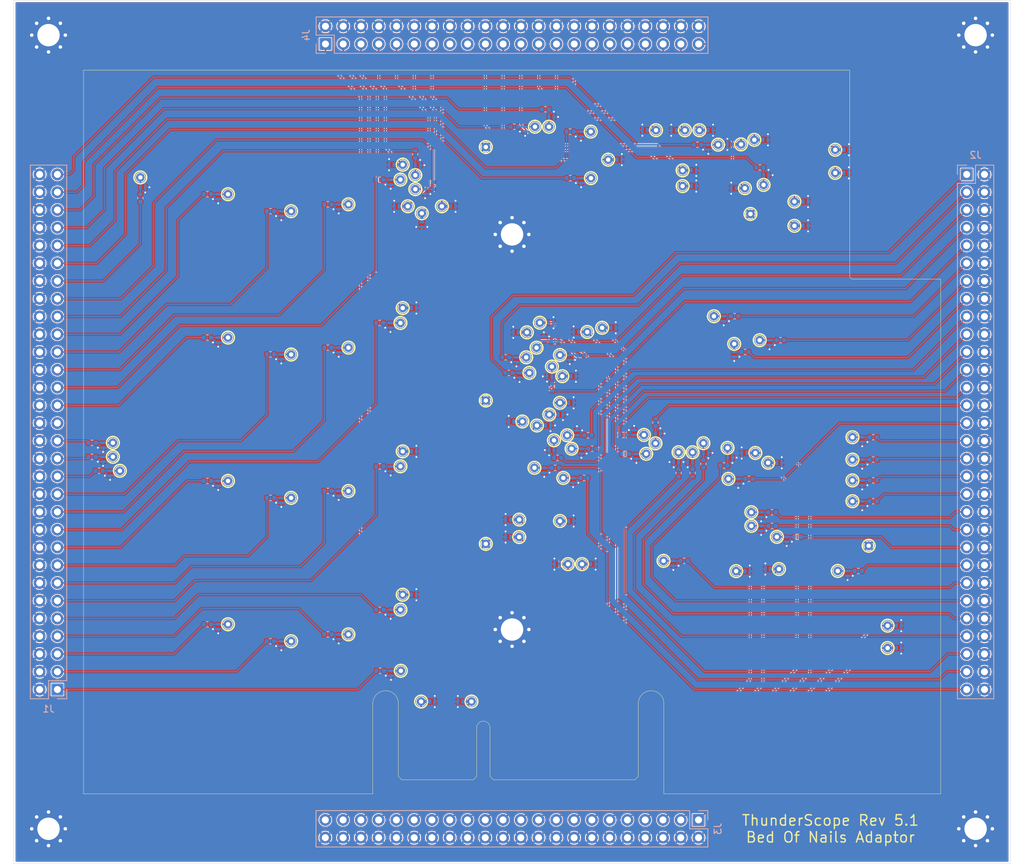
<source format=kicad_pcb>
(kicad_pcb (version 20241229) (generator "pcbnew") (generator_version "9.0")
  (layers (0 "F.Cu" signal) (4 "In1.Cu" signal) (6 "In2.Cu" signal) (2 "B.Cu" signal) (13 "F.Paste" user) (15 "B.Paste" user) (5 "F.SilkS" user "F.Silkscreen") (7 "B.SilkS" user "B.Silkscreen") (1 "F.Mask" user) (3 "B.Mask" user) (25 "Edge.Cuts" user))
  (net 0 "")
  (net 1 "/ACQ_EN")
  (net 2 "GND")
  (net 3 "/FE_EN")
  (net 4 "/VCM")
  (net 5 "/TRIM_SCL_5V")
  (net 6 "/TRIM_SDA_5V")
  (net 7 "/+VBIAS")
  (net 8 "/-VBIAS")
  (net 9 "/ADC_CSn")
  (net 10 "/TERM_3")
  (net 11 "/ADC_SDATA")
  (net 12 "/ADC_SCLK")
  (net 13 "/+12V_PCIe")
  (net 14 "/+12V_PCIe_R")
  (net 15 "/PLL_SDA")
  (net 16 "/PLL_SCL")
  (net 17 "/PLL_RSTn")
  (net 18 "/+VUSB_M2")
  (net 19 "/+VUSB")
  (net 20 "/+VUSB_R")
  (net 21 "/FE_PG")
  (net 22 "/ATTEN_1")
  (net 23 "/ACQ_PG")
  (net 24 "/DC_CPL_1")
  (net 25 "/+VUSB_R_ACQ")
  (net 26 "/+3V3_ACQ")
  (net 27 "/+5V3_R_CP")
  (net 28 "/-5V_R")
  (net 29 "/-5V")
  (net 30 "/ATTEN_3")
  (net 31 "/+2V5_R_ACQ")
  (net 32 "/PGA_CSn_2")
  (net 33 "/PGA_CSn_1")
  (net 34 "/+1V8_ACQ")
  (net 35 "/+5V3_R_LDO")
  (net 36 "/+5V")
  (net 37 "/+2V5")
  (net 38 "/+5V3")
  (net 39 "/PERST#")
  (net 40 "/+5V_R_PGA")
  (net 41 "/+3V3_PGA")
  (net 42 "/QSPI_CLK")
  (net 43 "/COMP")
  (net 44 "/PGA_SCLK")
  (net 45 "/DONE")
  (net 46 "/QSPI_DQ1")
  (net 47 "/QSPI_DQ0")
  (net 48 "/QSPI_DQ2")
  (net 49 "/+1V8_R_LDO")
  (net 50 "/+1V2_MGT")
  (net 51 "/DC_CPL_3")
  (net 52 "/+1V8")
  (net 53 "/TERM_1")
  (net 54 "/TERM_2")
  (net 55 "/QSPI_DQ3")
  (net 56 "/QSPI_CS")
  (net 57 "/PGA_SDIO")
  (net 58 "/SYNC_DE")
  (net 59 "/ATTEN_4")
  (net 60 "/SYNC_REn")
  (net 61 "/LED_R")
  (net 62 "/LED_G")
  (net 63 "/LED_B")
  (net 64 "/VARIANT")
  (net 65 "/TRIM_SCL")
  (net 66 "/TRIM_SDA")
  (net 67 "/CLK25")
  (net 68 "/DC_CPL_2")
  (net 69 "/+1V8_R")
  (net 70 "/ATTEN_2")
  (net 71 "/+1V0_R")
  (net 72 "/+1V0")
  (net 73 "/TERM_4")
  (net 74 "/+2V5_R")
  (net 75 "/+3V3_R")
  (net 76 "/+3V3")
  (net 77 "/TDI")
  (net 78 "/TDO")
  (net 79 "/TCK")
  (net 80 "/TMS")
  (net 81 "/PG_1V0")
  (net 82 "/PG_1V8")
  (net 83 "/FPGA_EN")
  (net 84 "/HWID2")
  (net 85 "/HWID1")
  (net 86 "/HWID0")
  (net 87 "/DC_CPL_4")
  (net 88 "/PGA_BIAS_1")
  (net 89 "/PGA_CSn_3")
  (net 90 "/PGA_CSn_4")
  (net 91 "/VUSB_PG_5V")
  (net 92 "/PGA_BIAS_2")
  (net 93 "/PGA_BIAS_3")
  (net 94 "/PGA_BIAS_4")
  (net 98 "/TERM_1_R")
  (net 99 "/TERM_2_R")
  (net 100 "/TERM_3_R")
  (net 101 "/TERM_4_R")
  (net 102 "/ATTEN_1_R")
  (net 103 "/ATTEN_2_R")
  (net 104 "/ATTEN_3_R")
  (net 105 "/ATTEN_4_R")
  (net 106 "/DC_CPL_1_R")
  (net 107 "/DC_CPL_2_R")
  (net 108 "/DC_CPL_3_R")
  (net 109 "/DC_CPL_4_R")
  (net 110 "/LED_R_R")
  (net 111 "/LED_G_R")
  (net 112 "/LED_B_R")
  (net 113 "/COMP_R")
  (net 114 "/PGA_SCLK_R")
  (net 115 "/PGA_SDIO_R")
  (net 116 "/PGA_CSn_1_R")
  (net 117 "/PGA_CSn_2_R")
  (net 118 "/PGA_CSn_3_R")
  (net 119 "/PGA_CSn_4_R")
  (net 120 "/FE_EN_R")
  (net 121 "/FE_PG_R")
  (net 122 "/TRIM_SCL_R")
  (net 123 "/TRIM_SDA_R")
  (net 124 "/TRIM_SDA_5V_R")
  (net 125 "/TRIM_SCL_5V_R")
  (net 126 "/VUSB_PG_5V_R")
  (net 127 "/TCK_R")
  (net 128 "/TDO_R")
  (net 129 "/TDI_R")
  (net 130 "/TMS_R")
  (net 131 "/HWID0_R")
  (net 132 "/HWID1_R")
  (net 133 "/HWID2_R")
  (net 134 "/VARIANT_R")
  (net 135 "/QSPI_CLK_R")
  (net 136 "/QSPI_DQ0_R")
  (net 137 "/QSPI_DQ1_R")
  (net 138 "/QSPI_DQ2_R")
  (net 139 "/QSPI_DQ3_R")
  (net 140 "/QSPI_CS_R")
  (net 141 "/CLK25_R")
  (net 142 "/SYNC_REn_R")
  (net 143 "/SYNC_DE_R")
  (net 144 "/FPGA_EN_R")
  (net 145 "/DONE_R")
  (net 146 "/PERST#_R")
  (net 147 "/PLL_SCL_R")
  (net 148 "/PLL_SDA_R")
  (net 149 "/PLL_RSTn_R")
  (net 150 "/ADC_SDATA_R")
  (net 151 "/ADC_SCLK_R")
  (net 152 "/ADC_CSn_R")
  (net 153 "/PG_1V0_R")
  (net 154 "/PG_1V8_R")
  (net 155 "/ACQ_EN_R")
  (net 156 "/ACQ_PG_R")
  (net 157 "/+VUSB_5V3")
  (net 158 "/+5V3_CP")
  (net 159 "/+5V3_LDO")
  (net 160 "/+VUSB_M2_R")
  (net 161 "/+VUSB_ACQ")
  (net 162 "/+1V8_LDO")
  (net 163 "/+2V5_ACQ")
  (net 164 "/+5V_PGA")
  (footprint "ThunderScope:0906415207514110" (layer "F.Cu") (at 120.65 64.25 90)
    (property "Reference" "TP1014_1" (hide yes))
    (property "Value" "PCB" (hide yes))
  )
  (footprint "ThunderScope:0906415207514110" (layer "F.Cu") (at 185.63001 63.09001)
    (property "Reference" "TP31" (hide yes))
    (property "Value" "PCB" (hide yes))
  )
  (footprint "ThunderScope:0906415207514110" (layer "F.Cu") (at 171.999999 83.95 180)
    (property "Reference" "TP27" (hide yes))
    (property "Value" "PCB" (hide yes))
  )
  (footprint "ThunderScope:0906415207514110" (layer "F.Cu") (at 166.95 88.9 90)
    (property "Reference" "TP12" (hide yes))
    (property "Value" "PCB" (hide yes))
  )
  (footprint "ThunderScope:0906415207514110" (layer "F.Cu") (at 163.725 89.8 180)
    (property "Reference" "TP24" (hide yes))
    (property "Value" "PCB" (hide yes))
  )
  (footprint "ThunderScope:0906415207514110" (layer "F.Cu") (at 145.625 80.525 90)
    (property "Reference" "TP1017_2" (hide yes))
    (property "Value" "PCB" (hide yes))
  )
  (footprint "ThunderScope:0906415207514110" (layer "F.Cu") (at 145.3 123.66 90)
    (property "Reference" "TP1016_4" (hide yes))
    (property "Value" "PCB" (hide yes))
  )
  (footprint "ThunderScope:0906415207514110" (layer "F.Cu") (at 193.975 57.12 90)
    (property "Reference" "TP34" (hide yes))
    (property "Value" "PCB" (hide yes))
  )
  (footprint "ThunderScope:0906415207514110" (layer "F.Cu") (at 195.45 111.67499 180)
    (property "Reference" "TP81" (hide yes))
    (property "Value" "PCB" (hide yes))
  )
  (footprint "ThunderScope:0906415207514110" (layer "F.Cu") (at 214.925 125.95 180)
    (property "Reference" "TP20" (hide yes))
    (property "Value" "5015" (hide yes))
  )
  (footprint "ThunderScope:0906415207514110" (layer "F.Cu") (at 167.24 99.44 180)
    (property "Reference" "TP47" (hide yes))
    (property "Value" "PCB" (hide yes))
  )
  (footprint "ThunderScope:0906415207514110" (layer "F.Cu") (at 193.27499 118.14999 180)
    (property "Reference" "TP65" (hide yes))
    (property "Value" "PCB" (hide yes))
  )
  (footprint "ThunderScope:0906415207514110" (layer "F.Cu") (at 145.35 132.4 -90)
    (property "Reference" "TP86" (hide yes))
    (property "Value" "PCB" (hide yes))
  )
  (footprint "ThunderScope:0906415207514110" (layer "F.Cu") (at 164.45001 103.375 180)
    (property "Reference" "TP79" (hide yes))
    (property "Value" "PCB" (hide yes))
  )
  (footprint "ThunderScope:0906415207514110" (layer "F.Cu") (at 164.525 54.6 -90)
    (property "Reference" "TP7" (hide yes))
    (property "Value" "PCB" (hide yes))
  )
  (footprint "ThunderScope:0906415207514110" (layer "F.Cu") (at 145.3 82.66 90)
    (property "Reference" "TP1016_2" (hide yes))
    (property "Value" "PCB" (hide yes))
  )
  (footprint "ThunderScope:0906415207514110" (layer "F.Cu") (at 157.5 114.25 90)
    (property "Reference" "TP3" (hide yes))
    (property "Value" "5019" (hide yes))
  )
  (footprint "ThunderScope:0906415207514110" (layer "F.Cu") (at 104.2 99.8 180)
    (property "Reference" "TP57" (hide yes))
    (property "Value" "PCB" (hide yes))
  )
  (footprint "ThunderScope:0906415207514110" (layer "F.Cu") (at 105.2 103.8 180)
    (property "Reference" "TP56" (hide yes))
    (property "Value" "PCB" (hide yes))
  )
  (footprint "ThunderScope:0906415207514110" (layer "F.Cu") (at 188.6 99.85 180)
    (property "Reference" "TP84" (hide yes))
    (property "Value" "PCB" (hide yes))
  )
  (footprint "ThunderScope:0906415207514110" (layer "F.Cu") (at 180.425 101.375 180)
    (property "Reference" "TP48" (hide yes))
    (property "Value" "PCB" (hide yes))
  )
  (footprint "MountingHole:MountingHole_3.2mm_M3_Pad_Via" (layer "F.Cu") (at 95 155)
    (property "Reference" "H4" (hide yes))
    (property "Value" "MountingHole_Pad")
  )
  (footprint "ThunderScope:0906415207514110" (layer "F.Cu") (at 104.20002 101.8 180)
    (property "Reference" "TP58" (hide yes))
    (property "Value" "PCB" (hide yes))
  )
  (footprint "ThunderScope:0906415207514110" (layer "F.Cu") (at 185.953 55.097)
    (property "Reference" "TP28" (hide yes))
    (property "Value" "PCB" (hide yes))
  )
  (footprint "ThunderScope:0906415207514110" (layer "F.Cu") (at 195.875 56.475 180)
    (property "Reference" "TP37" (hide yes))
    (property "Value" "PCB" (hide yes))
  )
  (footprint "MountingHole:MountingHole_3.2mm_M3_Pad_Via" (layer "F.Cu") (at 161.25 70)
    (property "Reference" "H5" (hide yes))
    (property "Value" "MountingHole_Pad")
  )
  (footprint "ThunderScope:0906415207514110" (layer "F.Cu") (at 129.67502 66.67501 90)
    (property "Reference" "TP1015_1" (hide yes))
    (property "Value" "PCB" (hide yes))
  )
  (footprint "MountingHole:MountingHole_3.2mm_M3_Pad_Via" (layer "F.Cu") (at 161.25 126.5)
    (property "Reference" "H6" (hide yes))
    (property "Value" "MountingHole_Pad")
  )
  (footprint "ThunderScope:0906415207514110" (layer "F.Cu") (at 162.725 96.75 180)
    (property "Reference" "TP68" (hide yes))
    (property "Value" "PCB" (hide yes))
  )
  (footprint "ThunderScope:0906415207514110" (layer "F.Cu") (at 188.03298 55.097 180)
    (property "Reference" "TP41" (hide yes))
    (property "Value" "PCB" (hide yes))
  )
  (footprint "ThunderScope:0906415207514110" (layer "F.Cu") (at 181.825523 55.091998 180)
    (property "Reference" "TP9" (hide yes))
    (property "Value" "PCB" (hide yes))
  )
  (footprint "ThunderScope:0906415207514110" (layer "F.Cu") (at 162.275 113.275 180)
    (property "Reference" "TP64" (hide yes))
    (property "Value" "PCB" (hide yes))
  )
  (footprint "ThunderScope:0906415207514110" (layer "F.Cu") (at 197.2 62.92 180)
    (property "Reference" "TP23" (hide yes))
    (property "Value" "PCB" (hide yes))
  )
  (footprint "ThunderScope:0906415207514110" (layer "F.Cu") (at 207.443 57.893 180)
    (property "Reference" "TP72" (hide yes))
    (property "Value" "PCB" (hide yes))
  )
  (footprint "ThunderScope:0906415207514110" (layer "F.Cu") (at 192.05 100.525 180)
    (property "Reference" "TP85" (hide yes))
    (property "Value" "PCB" (hide yes))
  )
  (footprint "ThunderScope:0906415207514110" (layer "F.Cu") (at 195.323905 67.0714 180)
    (property "Reference" "TP73" (hide yes))
    (property "Value" "5019" (hide yes))
  )
  (footprint "ThunderScope:0906415207514110" (layer "F.Cu") (at 192.175 104.95 180)
    (property "Reference" "TP62" (hide yes))
    (property "Value" "PCB" (hide yes))
  )
  (footprint "ThunderScope:0906415207514110" (layer "F.Cu") (at 162.275 110.775 180)
    (property "Reference" "TP63" (hide yes))
    (property "Value" "PCB" (hide yes))
  )
  (footprint "ThunderScope:0906415207514110" (layer "F.Cu") (at 193 85.64999 -90)
    (property "Reference" "TP17" (hide yes))
    (property "Value" "PCB" (hide yes))
  )
  (footprint "ThunderScope:0906415207514110" (layer "F.Cu") (at 197.85 102.65 180)
    (property "Reference" "TP69" (hide yes))
    (property "Value" "PCB" (hide yes))
  )
  (footprint "ThunderScope:0906415207514110" (layer "F.Cu") (at 151.225 65.975)
    (property "Reference" "TP39" (hide yes))
    (property "Value" "PCB" (hide yes))
  )
  (footprint "ThunderScope:0906415207514110" (layer "F.Cu") (at 168.1 110.984999 180)
    (property "Reference" "TP50" (hide yes))
    (property "Value" "PCB" (hide yes))
  )
  (footprint "ThunderScope:0906415207514110" (layer "F.Cu") (at 185.05 101.15 180)
    (property "Reference" "TP82" (hide yes))
    (property "Value" "PCB" (hide yes))
  )
  (footprint "ThunderScope:0906415207514110" (layer "F.Cu") (at 171.25 117.15 180)
    (property "Reference" "TP49" (hide yes))
    (property "Value" "PCB" (hide yes))
  )
  (footprint "ThunderScope:0906415207514110" (layer "F.Cu") (at 169.76 100.64 -90)
    (property "Reference" "TP43" (hide yes))
    (property "Value" "PCB" (hide yes))
  )
  (footprint "ThunderScope:0906415207514110" (layer "F.Cu") (at 145.625 101.025 90)
    (property "Reference" "TP1017_3" (hide yes))
    (property "Value" "PCB" (hide yes))
  )
  (footprint "ThunderScope:0906415207514110" (layer "F.Cu") (at 147.425 61.525 180)
    (property "Reference" "TP42" (hide yes))
    (property "Value" "PCB" (hide yes))
  )
  (footprint "ThunderScope:0906415207514110" (layer "F.Cu") (at 120.65 105.25 90)
    (property "Reference" "TP1014_3" (hide yes))
    (property "Value" "PCB" (hide yes))
  )
  (footprint "ThunderScope:0906415207514110" (layer "F.Cu") (at 209.9 105.175 180)
    (property "Reference" "TP75" (hide yes))
    (property "Value" "PCB" (hide yes))
  )
  (footprint "ThunderScope:0906415207514110" (layer "F.Cu") (at 147.425 63.525 180)
    (property "Reference" "TP25" (hide yes))
    (property "Value" "PCB" (hide yes))
  )
  (footprint "ThunderScope:0906415207514110" (layer "F.Cu") (at 168.575 104.825 180)
    (property "Reference" "TP80" (hide yes))
    (property "Value" "PCB" (hide yes))
  )
  (footprint "ThunderScope:0906415207514110" (layer "F.Cu") (at 137.868 127.193)
    (property "Reference" "TP1018_4" (hide yes))
    (property "Value" "PCB" (hide yes))
  )
  (footprint "ThunderScope:0906415207514110" (layer "F.Cu") (at 168.1 87.25 90)
    (property "Reference" "TP11" (hide yes))
    (property "Value" "PCB" (hide yes))
  )
  (footprint "ThunderScope:0906415207514110" (layer "F.Cu") (at 214.925 129.15 180)
    (property "Reference" "TP19" (hide yes))
    (property "Value" "5015" (hide yes))
  )
  (footprint "ThunderScope:0906415207514110" (layer "F.Cu") (at 169.125 98.725 180)
    (property "Reference" "TP52" (hide yes))
    (property "Value" "PCB" (hide yes))
  )
  (footprint "ThunderScope:0906415207514110" (layer "F.Cu") (at 196.025 101.25 180)
    (property "Reference" "TP70" (hide yes))
    (property "Value" "PCB" (hide yes))
  )
  (footprint "ThunderScope:0906415207514110" (layer "F.Cu") (at 164.75 86.2)
    (property "Reference" "TP10" (hide yes))
    (property "Value" "PCB" (hide yes))
  )
  (footprint "MountingHole:MountingHole_3.2mm_M3_Pad_Via" (layer "F.Cu") (at 95 41.5)
    (property "Reference" "H1" (hide yes))
    (property "Value" "MountingHole_Pad")
  )
  (footprint "ThunderScope:0906415207514110" (layer "F.Cu") (at 169.25 117.15 180)
    (property "Reference" "TP51" (hide yes))
    (property "Value" "PCB" (hide yes))
  )
  (footprint "ThunderScope:0906415207514110" (layer "F.Cu") (at 172.525 61.95 180)
    (property "Reference" "TP60" (hide yes))
    (property "Value" "PCB" (hide yes))
  )
  (footprint "ThunderScope:0906415207514110" (layer "F.Cu") (at 201.607 68.768 180)
    (property "Reference" "TP22" (hide yes))
    (property "Value" "PCB" (hide yes))
  )
  (footprint "ThunderScope:0906415207514110" (layer "F.Cu") (at 166.575 95.75 180)
    (property "Reference" "TP36" (hide yes))
    (property "Value" "PCB" (hide yes))
  )
  (footprint "ThunderScope:0906415207514110" (layer "F.Cu") (at 209.9 102.2 180)
    (property "Reference" "TP76" (hide yes))
    (property "Value" "PCB" (hide yes))
  )
  (footprint "ThunderScope:0906415207514110" (layer "F.Cu") (at 163.275 87.575 180)
    (property "Reference" "TP1" (hide yes))
    (property "Value" "PCB" (hide yes))
  )
  (footprint "ThunderScope:0906415207514110" (layer "F.Cu") (at 120.65 125.75 90)
    (property "Reference" "TP1014_4" (hide yes))
    (property "Value" "PCB" (hide yes))
  )
  (footprint "ThunderScope:0906415207514110" (layer "F.Cu") (at 174.989977 59.310021 90)
    (property "Reference" "TP8" (hide yes))
    (property "Value" "PCB" (hide yes))
  )
  (footprint "ThunderScope:0906415207514110" (layer "F.Cu") (at 137.868 86.193)
    (property "Reference" "TP1018_2" (hide yes))
    (property "Value" "PCB" (hide yes))
  )
  (footprint "ThunderScope:0906415207514110" (layer "F.Cu") (at 108.125 61.85 180)
    (property "Reference" "TP61" (hide yes))
    (property "Value" "PCB" (hide yes))
  )
  (footprint "ThunderScope:0906415207514110" (layer "F.Cu") (at 148.35 66.975)
    (property "Reference" "TP40" (hide yes))
    (property "Value" "PCB" (hide yes))
  )
  (footprint "ThunderScope:0906415207514110" (layer "F.Cu") (at 137.868 106.693)
    (property "Reference" "TP1018_3" (hide yes))
    (property "Value" "PCB" (hide yes))
  )
  (footprint "ThunderScope:0906415207514110" (layer "F.Cu") (at 207.8 118.125 180)
    (property "Reference" "TP54" (hide yes))
    (property "Value" "PCB" (hide yes))
  )
  (footprint "ThunderScope:0906415207514110" (layer "F.Cu") (at 201.607 65.3 180)
    (property "Reference" "TP21" (hide yes))
    (property "Value" "PCB" (hide yes))
  )
  (footprint "ThunderScope:0906415207514110" (layer "F.Cu") (at 172.5 55.3 180)
    (property "Reference" "TP59" (hide yes))
    (property "Value" "PCB" (hide yes))
  )
  (footprint "ThunderScope:0906415207514110" (layer "F.Cu") (at 145.3 62.16 90)
    (property "Reference" "TP1016_1" (hide yes))
    (property "Value" "PCB" (hide yes))
  )
  (footprint "ThunderScope:0906415207514110" (layer "F.Cu") (at 174.125 83.35 -90)
    (property "Reference" "TP5" (hide yes))
    (property "Value" "PCB" (hide yes))
  )
  (footprint "ThunderScope:0906415207514110" (layer "F.Cu") (at 181.75 99.875 180)
    (property "Reference" "TP53" (hide yes))
    (property "Value" "PCB" (hide yes))
  )
  (footprint "ThunderScope:0906415207514110" (layer "F.Cu") (at 168.1 94.075 180)
    (property "Reference" "TP32" (hide yes))
    (property "Value" "PCB" (hide yes))
  )
  (footprint "ThunderScope:0906415207514110" (layer "F.Cu") (at 166.525 54.6 90)
    (property "Reference" "TP6" (hide yes))
    (property "Value" "PCB" (hide yes))
  )
  (footprint "ThunderScope:0906415207514110" (layer "F.Cu") (at 129.67502 87.17501 90)
    (property "Reference" "TP1015_2" (hide yes))
    (property "Value" "PCB" (hide yes))
  )
  (footprint "ThunderScope:0906415207514110" (layer "F.Cu") (at 182.9 116.680831 -90)
    (property "Reference" "TP13" (hide yes))
    (property "Value" "PCB" (hide yes))
  )
  (footprint "ThunderScope:0906415207514110" (layer "F.Cu") (at 180.1 98.675 180)
    (property "Reference" "TP46" (hide yes))
    (property "Value" "PCB" (hide yes))
  )
  (footprint "MountingHole:MountingHole_3.2mm_M3_Pad_Via" (layer "F.Cu") (at 227.5 41.5)
    (property "Reference" "H2" (hide yes))
    (property "Value" "MountingHole_Pad")
  )
  (footprint "ThunderScope:0906415207514110" (layer "F.Cu") (at 164.8 97.325 180)
    (property "Reference" "TP67" (hide yes))
    (property "Value" "PCB" (hide yes))
  )
  (footprint "ThunderScope:0906415207514110" (layer "F.Cu") (at 145.625 121.525 90)
    (property "Reference" "TP1017_4" (hide yes))
    (property "Value" "PCB" (hide yes))
  )
  (footprint "ThunderScope:0906415207514110" (layer "F.Cu") (at 165.225 82.625 180)
    (property "Reference" "TP26" (hide yes))
    (property "Value" "PCB" (hide yes))
  )
  (footprint "ThunderScope:0906415207514110" (layer "F.Cu") (at 209.9 99 180)
    (property "Reference" "TP77" (hide yes))
    (property "Value" "PCB" (hide yes))
  )
  (footprint "ThunderScope:0906415207514110" (layer "F.Cu") (at 196.65 85.125 90)
    (property "Reference" "TP16" (hide yes))
    (property "Value" "PCB" (hide yes))
  )
  (footprint "ThunderScope:0906415207514110" (layer "F.Cu") (at 137.868 65.693)
    (property "Reference" "TP1018_1" (hide yes))
    (property "Value" "PCB" (hide yes))
  )
  (footprint "ThunderScope:0906415207514110" (layer "F.Cu") (at 187.05 101.15 180)
    (property "Reference" "TP83" (hide yes))
    (property "Value" "PCB" (hide yes))
  )
  (footprint "ThunderScope:0906415207514110" (layer "F.Cu") (at 120.65 84.75 90)
    (property "Reference" "TP1014_2" (hide yes))
    (property "Value" "PCB" (hide yes))
  )
  (footprint "ThunderScope:0906415207514110" (layer "F.Cu") (at 212.223905 114.5214 180)
    (property "Reference" "TP74" (hide yes))
    (property "Value" "5019" (hide yes))
  )
  (footprint "ThunderScope:0906415207514110" (layer "F.Cu") (at 148.25 136.8 -90)
    (property "Reference" "TP15" (hide yes))
    (property "Value" "5015" (hide yes))
  )
  (footprint "ThunderScope:0906415207514110" (layer "F.Cu") (at 146.35 65.975)
    (property "Reference" "TP38" (hide yes))
    (property "Value" "PCB" (hide yes))
  )
  (footprint "ThunderScope:0906415207514110" (layer "F.Cu") (at 129.67502 107.67501 90)
    (property "Reference" "TP1015_3" (hide yes))
    (property "Value" "PCB" (hide yes))
  )
  (footprint "ThunderScope:0906415207514110" (layer "F.Cu") (at 168.43 90.275 180)
    (property "Reference" "TP33" (hide yes))
    (property "Value" "PCB" (hide yes))
  )
  (footprint "ThunderScope:0906415207514110" (layer "F.Cu") (at 155.45 136.8 90)
    (property "Reference" "TP14" (hide yes))
    (property "Value" "5015" (hide yes))
  )
  (footprint "ThunderScope:0906415207514110" (layer "F.Cu") (at 199.1 113.25 180)
    (property "Reference" "TP55" (hide yes))
    (property "Value" "PCB" (hide yes))
  )
  (footprint "ThunderScope:0906415207514110" (layer "F.Cu") (at 129.67502 128.17501 90)
    (property "Reference" "TP1015_4" (hide yes))
    (property "Value" "PCB" (hide yes))
  )
  (footprint "ThunderScope:0906415207514110" (layer "F.Cu") (at 145.3 103.16 90)
    (property "Reference" "TP1016_3" (hide yes))
    (property "Value" "PCB" (hide yes))
  )
  (footprint "ThunderScope:0906415207514110" (layer "F.Cu") (at 163.375 84 180)
    (property "Reference" "TP30" (hide yes))
    (property "Value" "PCB" (hide yes))
  )
  (footprint "ThunderScope:0906415207514110" (layer "F.Cu") (at 145.625 60.025 90)
    (property "Reference" "TP1017_1" (hide yes))
    (property "Value" "PCB" (hide yes))
  )
  (footprint "ThunderScope:0906415207514110" (layer "F.Cu") (at 194.525 63.39 180)
    (property "Reference" "TP35" (hide yes))
    (property "Value" "PCB" (hide yes))
  )
  (footprint "ThunderScope:0906415207514110" (layer "F.Cu") (at 190.1 81.7)
    (property "Reference" "TP18" (hide yes))
    (property "Value" "PCB" (hide yes))
  )
  (footprint "ThunderScope:0906415207514110" (layer "F.Cu") (at 209.9 108.15 180)
    (property "Reference" "TP78" (hide yes))
    (property "Value" "PCB" (hide yes))
  )
  (footprint "ThunderScope:0906415207514110" (layer "F.Cu") (at 199.4 117.85 180)
    (property "Reference" "TP66" (hide yes))
    (property "Value" "PCB" (hide yes))
  )
  (footprint "ThunderScope:0906415207514110" (layer "F.Cu") (at 157.5 93.75 90)
    (property "Reference" "TP2" (hide yes))
    (property "Value" "5019" (hide yes))
  )
  (footprint "ThunderScope:0906415207514110" (layer "F.Cu") (at 157.5 57.5 90)
    (property "Reference" "TP45" (hide yes))
    (property "Value" "5019" (hide yes))
  )
  (footprint "ThunderScope:0906415207514110" (layer "F.Cu") (at 195.45 109.725 180)
    (property "Reference" "TP44" (hide yes))
    (property "Value" "PCB" (hide yes))
  )
  (footprint "ThunderScope:0906415207514110" (layer "F.Cu") (at 207.443 61.2 180)
    (property "Reference" "TP71" (hide yes))
    (property "Value" "PCB" (hide yes))
  )
  (footprint "ThunderScope:0906415207514110" (layer "F.Cu") (at 190.7 57.165)
    (property "Reference" "TP4" (hide yes))
    (property "Value" "PCB" (hide yes))
  )
  (footprint "ThunderScope:0906415207514110" (layer "F.Cu") (at 185.63001 60.84001)
    (property "Reference" "TP29" (hide yes))
    (property "Value" "PCB" (hide yes))
  )
  (footprint "MountingHole:MountingHole_3.2mm_M3_Pad_Via" (layer "F.Cu") (at 227.5 155)
    (property "Reference" "H3" (hide yes))
    (property "Value" "MountingHole_Pad")
  )
  (footprint "Resistor_SMD:R_0402_1005Metric" (layer "B.Cu") (at 166.025 52.1 180)
    (property "Reference" "R28" (hide yes))
    (property "Value" "33" (hide yes))
  )
  (footprint "ThunderScope:X1-DFN1006-2" (layer "B.Cu") (at 198.05 85.474999 90)
    (property "Reference" "D49" (hide yes))
    (property "Value" "D5V0X1B2LP-7B" (hide yes))
  )
  (footprint "ThunderScope:X1-DFN1006-2" (layer "B.Cu") (at 128.275 87.5 90)
    (property "Reference" "D45" (hide yes))
    (property "Value" "D5V0X1B2LP-7B" (hide yes))
  )
  (footprint "ThunderScope:X1-DFN1006-2" (layer "B.Cu") (at 119.25 85.1 90)
    (property "Reference" "D13" (hide yes))
    (property "Value" "D5V0X1B2LP-7B" (hide yes))
  )
  (footprint "Resistor_SMD:R_0402_1005Metric" (layer "B.Cu") (at 210.75 118.125)
    (property "Reference" "R47" (hide yes))
    (property "Value" "33" (hide yes))
  )
  (footprint "ThunderScope:X1-DFN1006-2" (layer "B.Cu") (at 128.275 128.525 90)
    (property "Reference" "D33" (hide yes))
    (property "Value" "D5V0X1B2LP-7B" (hide yes))
  )
  (footprint "ThunderScope:X1-DFN1006-2" (layer "B.Cu") (at 186.700001 102.55)
    (property "Reference" "D12" (hide yes))
    (property "Value" "D5V0X1B2LP-7B" (hide yes))
  )
  (footprint "Resistor_SMD:R_0402_1005Metric" (layer "B.Cu") (at 212.875 102.2)
    (property "Reference" "R32" (hide yes))
    (property "Value" "33" (hide yes))
  )
  (footprint "ThunderScope:X1-DFN1006-2" (layer "B.Cu") (at 165.8 84.940002 -90)
    (property "Reference" "D30" (hide yes))
    (property "Value" "D5V0X1B2LP-7B" (hide yes))
  )
  (footprint "ThunderScope:X1-DFN1006-2" (layer "B.Cu") (at 170.03 90.275 180)
    (property "Reference" "D63" (hide yes))
    (property "Value" "D5V0X1B2LP-7B" (hide yes))
  )
  (footprint "Resistor_SMD:R_0402_1005Metric" (layer "B.Cu") (at 194.559999 86.8)
    (property "Reference" "R51" (hide yes))
    (property "Value" "33" (hide yes))
  )
  (footprint "Resistor_SMD:R_0402_1005Metric" (layer "B.Cu") (at 142.35 123.675 180)
    (property "Reference" "R22" (hide yes))
    (property "Value" "33" (hide yes))
  )
  (footprint "ThunderScope:X1-DFN1006-2" (layer "B.Cu") (at 152.825 65.975 180)
    (property "Reference" "D88" (hide yes))
    (property "Value" "D5V0X1B2LP-7B" (hide yes))
  )
  (footprint "Resistor_SMD:R_0402_1005Metric" (layer "B.Cu") (at 167.359999 85.290001)
    (property "Reference" "R56" (hide yes))
    (property "Value" "33" (hide yes))
  )
  (footprint "Resistor_SMD:R_0402_1005Metric" (layer "B.Cu") (at 166.95 91.859999 -90)
    (property "Reference" "R55" (hide yes))
    (property "Value" "33" (hide yes))
  )
  (footprint "ThunderScope:X1-DFN1006-2" (layer "B.Cu") (at 211.3 99.35 90)
    (property "Reference" "D43" (hide yes))
    (property "Value" "D5V0X1B2LP-7B" (hide yes))
  )
  (footprint "ThunderScope:X1-DFN1006-2" (layer "B.Cu") (at 136.475 127.55 90)
    (property "Reference" "D2" (hide yes))
    (property "Value" "D5V0X1B2LP-7B" (hide yes))
  )
  (footprint "ThunderScope:X1-DFN1006-2" (layer "B.Cu") (at 144.025 60.025)
    (property "Reference" "D77" (hide yes))
    (property "Value" "D5V0X1B2LP-7B" (hide yes))
  )
  (footprint "ThunderScope:X1-DFN1006-2" (layer "B.Cu") (at 216.525 125.95 180)
    (property "Reference" "D60" (hide yes))
    (property "Value" "D5V0X1B2LP-7B" (hide yes))
  )
  (footprint "ThunderScope:X1-DFN1006-2" (layer "B.Cu") (at 175.725 83.35 180)
    (property "Reference" "D76" (hide yes))
    (property "Value" "D5V0X1B2LP-7B" (hide yes))
  )
  (footprint "ThunderScope:X1-DFN1006-2" (layer "B.Cu") (at 193 87.15 90)
    (property "Reference" "D54" (hide yes))
    (property "Value" "D5V0X1B2LP-7B" (hide yes))
  )
  (footprint "ThunderScope:X1-DFN1006-2" (layer "B.Cu") (at 216.525 129.15 180)
    (property "Reference" "D67" (hide yes))
    (property "Value" "D5V0X1B2LP-7B" (hide yes))
  )
  (footprint "ThunderScope:X1-DFN1006-2" (layer "B.Cu") (at 149.85 136.8 180)
    (property "Reference" "D93" (hide yes))
    (property "Value" "D12V0L1B2LP-7B" (hide yes))
  )
  (footprint "ThunderScope:X1-DFN1006-2" (layer "B.Cu") (at 187.23001 63.09001 180)
    (property "Reference" "D86" (hide yes))
    (property "Value" "D5V0X1B2LP-7B" (hide yes))
  )
  (footprint "ThunderScope:X1-DFN1006-2" (layer "B.Cu") (at 171.1 55.65 90)
    (property "Reference" "D55" (hide yes))
    (property "Value" "D5V0X1B2LP-7B" (hide yes))
  )
  (footprint "ThunderScope:X1-DFN1006-2" (layer "B.Cu") (at 170.525 98.375001 -90)
    (property "Reference" "D10" (hide yes))
    (property "Value" "D5V0X1B2LP-7B" (hide yes))
  )
  (footprint "ThunderScope:X1-DFN1006-2" (layer "B.Cu") (at 167.65 117.15)
    (property "Reference" "D84" (hide yes))
    (property "Value" "D5V0X1B2LP-7B" (hide yes))
  )
  (footprint "Connector_PinSocket_2.54mm:PinSocket_2x30_P2.54mm_Vertical" (layer "B.Cu") (at 95 98.25)
    (property "Reference" "J1")
    (property "Value" "Conn_02x30_Odd_Even" (hide yes))
  )
  (footprint "ThunderScope:X1-DFN1006-2" (layer "B.Cu") (at 119.25 64.6 90)
    (property "Reference" "D19" (hide yes))
    (property "Value" "D5V0X1B2LP-7B" (hide yes))
  )
  (footprint "ThunderScope:X1-DFN1006-2" (layer "B.Cu") (at 119.25 105.6 90)
    (property "Reference" "D7" (hide yes))
    (property "Value" "D5V0X1B2LP-7B" (hide yes))
  )
  (footprint "ThunderScope:X1-DFN1006-2" (layer "B.Cu") (at 166.825 82.625 180)
    (property "Reference" "D80" (hide yes))
    (property "Value" "D5V0X1B2LP-7B" (hide yes))
  )
  (footprint "Resistor_SMD:R_0402_1005Metric" (layer "B.Cu") (at 181.75 96.890001 90)
    (property "Reference" "R44" (hide yes))
    (property "Value" "33" (hide yes))
  )
  (footprint "Connector_PinSocket_2.54mm:PinSocket_2x22_P2.54mm_Vertical" (layer "B.Cu") (at 161.25 41.5 -90)
    (property "Reference" "J4")
    (property "Value" "Conn_02x22_Odd_Even" (hide yes))
  )
  (footprint "ThunderScope:X1-DFN1006-2" (layer "B.Cu") (at 102.8 102.15 90)
    (property "Reference" "D40" (hide yes))
    (property "Value" "D5V0X1B2LP-7B" (hide yes))
  )
  (footprint "ThunderScope:X1-DFN1006-2" (layer "B.Cu") (at 136.475 107.025 90)
    (property "Reference" "D8" (hide yes))
    (property "Value" "D5V0X1B2LP-7B" (hide yes))
  )
  (footprint "ThunderScope:X1-DFN1006-2" (layer "B.Cu") (at 166.875 53.2 180)
    (property "Reference" "D41" (hide yes))
    (property "Value" "D5V0X1B2LP-7B" (hide yes))
  )
  (footprint "Resistor_SMD:R_0402_1005Metric" (layer "B.Cu") (at 202.059999 113.25)
    (property "Reference" "R46" (hide yes))
    (property "Value" "33" (hide yes))
  )
  (footprint "ThunderScope:X1-DFN1006-2" (layer "B.Cu") (at 171.16 100.989999 90)
    (property "Reference" "D28" (hide yes))
    (property "Value" "D5V0X1B2LP-7B" (hide yes))
  )
  (footprint "ThunderScope:X1-DFN1006-2" (layer "B.Cu") (at 169.975 105.174999 90)
    (property "Reference" "D17" (hide yes))
    (property "Value" "D5V0X1B2LP-7B" (hide yes))
  )
  (footprint "ThunderScope:X1-DFN1006-2" (layer "B.Cu") (at 143.9 124.025 90)
    (property "Reference" "D3" (hide yes))
    (property "Value" "D5V0X1B2LP-7B" (hide yes))
  )
  (footprint "Resistor_SMD:R_0402_1005Metric" (layer "B.Cu") (at 142.35 103.175 180)
    (property "Reference" "R21" (hide yes))
    (property "Value" "33" (hide yes))
  )
  (footprint "Resistor_SMD:R_0402_1005Metric" (layer "B.Cu") (at 167.409999 103.375)
    (property "Reference" "R57" (hide yes))
    (property "Value" "33" (hide yes))
  )
  (footprint "ThunderScope:X1-DFN1006-2" (layer "B.Cu") (at 203.207 65.3 180)
    (property "Reference" "D87" (hide yes))
    (property "Value" "D5V0X1B2LP-7B" (hide yes))
  )
  (footprint "Resistor_SMD:R_0402_1005Metric" (layer "B.Cu") (at 126.7 128.17501 180)
    (property "Reference" "R8" (hide yes))
    (property "Value" "33" (hide yes))
  )
  (footprint "ThunderScope:X1-DFN1006-2" (layer "B.Cu") (at 165.85001 103.724999 90)
    (property "Reference" "D23" (hide yes))
    (property "Value" "D5V0X1B2LP-7B" (hide yes))
  )
  (footprint "Resistor_SMD:R_0402_1005Metric" (layer "B.Cu") (at 160.79 89.8 180)
    (property "Reference" "R60" (hide yes))
    (property "Value" "33" (hide yes))
  )
  (footprint "ThunderScope:X1-DFN1006-2" (layer "B.Cu") (at 162.325 90.149999 90)
    (property "Reference" "D5" (hide yes))
    (property "Value" "D5V0X1B2LP-7B" (hide yes))
  )
  (footprint "Resistor_SMD:R_0402_1005Metric" (layer "B.Cu") (at 187.05 104.109999 -90)
    (property "Reference" "R37" (hide yes))
    (property "Value" "33" (hide yes))
  )
  (footprint "ThunderScope:X1-DFN1006-2" (layer "B.Cu") (at 182.1 98.475 180)
    (property "Reference" "D4" (hide yes))
    (property "Value" "D5V0X1B2LP-7B" (hide yes))
  )
  (footprint "Resistor_SMD:R_0402_1005Metric" (layer "B.Cu") (at 117.7 125.75 180)
    (property "Reference" "R4" (hide yes))
    (property "Value" "33" (hide yes))
  )
  (footprint "Resistor_SMD:R_0402_1005Metric" (layer "B.Cu") (at 149.925 63.025 90)
    (property "Reference" "R17" (hide yes))
    (property "Value" "33" (hide yes))
  )
  (footprint "Resistor_SMD:R_0402_1005Metric" (layer "B.Cu") (at 187.75 57.175 180)
    (property "Reference" "R23" (hide yes))
    (property "Value" "33" (hide yes))
  )
  (footprint "Resistor_SMD:R_0402_1005Metric" (layer "B.Cu") (at 142.325 82.65 180)
    (property "Reference" "R20" (hide yes))
    (property "Value" "33" (hide yes))
  )
  (footprint "Resistor_SMD:R_0402_1005Metric" (layer "B.Cu") (at 102.225 103.8 180)
    (property "Reference" "R13" (hide yes))
    (property "Value" "33" (hide yes))
  )
  (footprint "Resistor_SMD:R_0402_1005Metric" (layer "B.Cu") (at 117.7 84.75 180)
    (property "Reference" "R2" (hide yes))
    (property "Value" "33" (hide yes))
  )
  (footprint "ThunderScope:X1-DFN1006-2" (layer "B.Cu") (at 160.675 110.775)
    (property "Reference" "D95" (hide yes))
    (property "Value" "D5V0X1B2LP-7B" (hide yes))
  )
  (footprint "Resistor_SMD:R_0402_1005Metric" (layer "B.Cu") (at 134.925 65.7 180)
    (property "Reference" "R9" (hide yes))
    (property "Value" "33" (hide yes))
  )
  (footprint "ThunderScope:X1-DFN1006-2" (layer "B.Cu") (at 178.7 98.325001 -90)
    (property "Reference" "D22" (hide yes))
    (property "Value" "D5V0X1B2LP-7B" (hide yes))
  )
  (footprint "Resistor_SMD:R_0402_1005Metric" (layer "B.Cu") (at 117.7 64.25 180)
    (property "Reference" "R1" (hide yes))
    (property "Value" "33" (hide yes))
  )
  (footprint "Resistor_SMD:R_0402_1005Metric" (layer "B.Cu") (at 171.559999 104.825)
    (property "Reference" "R58" (hide yes))
    (property "Value" "33" (hide yes))
  )
  (footprint "ThunderScope:X1-DFN1006-2" (layer "B.Cu") (at 136.475 86.55 90)
    (property "Reference" "D14" (hide yes))
    (property "Value" "D5V0X1B2LP-7B" (hide yes))
  )
  (footprint "ThunderScope:X1-DFN1006-2" (layer "B.Cu") (at 128.275 108.025 90)
    (property "Reference" "D39" (hide yes))
    (property "Value" "D5V0X1B2LP-7B" (hide yes))
  )
  (footprint "ThunderScope:X1-DFN1006-2" (layer "B.Cu") (at 196.85 110.074999 90)
    (property "Reference" "D42" (hide yes))
    (property "Value" "D5V0X1B2LP-7B" (hide yes))
  )
  (footprint "ThunderScope:X1-DFN1006-2" (layer "B.Cu") (at 196.85 112.024989 90)
    (property "Reference" "D48" (hide yes))
    (property "Value" "D5V0X1B2LP-7B" (hide yes))
  )
  (footprint "ThunderScope:X1-DFN1006-2" (layer "B.Cu") (at 161.775 84)
    (property "Reference" "D85" (hide yes))
    (property "Value" "D5V0X1B2LP-7B" (hide yes))
  )
  (footprint "ThunderScope:X1-DFN1006-2" (layer "B.Cu") (at 171.125 62.3 90)
    (property "Reference" "D52" (hide yes))
    (property "Value" "D5V0X1B2LP-7B" (hide yes))
  )
  (footprint "ThunderScope:X1-DFN1006-2" (layer "B.Cu") (at 102.8 100.15 90)
    (property "Reference" "D46" (hide yes))
    (property "Value" "D5V0X1B2LP-7B" (hide yes))
  )
  (footprint "ThunderScope:X1-DFN1006-2" (layer "B.Cu") (at 166.890001 100.84)
    (property "Reference" "D26" (hide yes))
    (property "Value" "D5V0X1B2LP-7B" (hide yes))
  )
  (footprint "Resistor_SMD:R_0402_1005Metric" (layer "B.Cu") (at 193.059999 81.7)
    (property "Reference" "R53" (hide yes))
    (property "Value" "33" (hide yes))
  )
  (footprint "Resistor_SMD:R_0402_1005Metric" (layer "B.Cu") (at 188.6 102.809999 -90)
    (property "Reference" "R36" (hide yes))
    (property "Value" "33" (hide yes))
  )
  (footprint "ThunderScope:X1-DFN1006-2" (layer "B.Cu") (at 147.225 101.025 180)
    (property "Reference" "D73" (hide yes))
    (property "Value" "D5V0X1B2LP-7B" (hide yes))
  )
  (footprint "ThunderScope:X1-DFN1006-2" (layer "B.Cu") (at 179.025 101.724999 90)
    (property "Reference" "D16" (hide yes))
    (property "Value" "D5V0X1B2LP-7B" (hide yes))
  )
  (footprint "ThunderScope:X1-DFN1006-2" (layer "B.Cu") (at 166.600001 90.3)
    (property "Reference" "D32" (hide yes))
    (property "Value" "D5V0X1B2LP-7B" (hide yes))
  )
  (footprint "Resistor_SMD:R_0402_1005Metric" (layer "B.Cu") (at 198.409999 109.725)
    (property "Reference" "R49" (hide yes))
    (property "Value" "33" (hide yes))
  )
  (footprint "ThunderScope:X1-DFN1006-2" (layer "B.Cu") (at 211.3 108.5 90)
    (property "Reference" "D29" (hide yes))
    (property "Value" "D5V0X1B2LP-7B" (hide yes))
  )
  (footprint "Resistor_SMD:R_0402_1005Metric" (layer "B.Cu") (at 177.140001 98.675 180)
    (property "Reference" "R41" (hide yes))
    (property "Value" "33" (hide yes))
  )
  (footprint "ThunderScope:X1-DFN1006-2" (layer "B.Cu") (at 211.3 105.525 90)
    (property "Reference" "D31" (hide yes))
    (property "Value" "D5V0X1B2LP-7B" (hide yes))
  )
  (footprint "ThunderScope:X1-DFN1006-2" (layer "B.Cu") (at 209.2 118.474999 90)
    (property "Reference" "D53" (hide yes))
    (property "Value" "D5V0X1B2LP-7B" (hide yes))
  )
  (footprint "Resistor_SMD:R_0402_1005Metric" (layer "B.Cu") (at 101.225 99.8 180)
    (property "Reference" "R14" (hide yes))
    (property "Value" "33" (hide yes))
  )
  (footprint "ThunderScope:X1-DFN1006-2" (layer "B.Cu") (at 166.4 97.325 180)
    (property "Reference" "D61" (hide yes))
    (property "Value" "D5V0X1B2LP-7B" (hide yes))
  )
  (footprint "ThunderScope:X1-DFN1006-2" (layer "B.Cu") (at 147.225 121.525 180)
    (property "Reference" "D66" (hide yes))
    (property "Value" "D5V0X1B2LP-7B" (hide yes))
  )
  (footprint "ThunderScope:X1-DFN1006-2" (layer "B.Cu") (at 143.9 103.525 90)
    (property "Reference" "D9" (hide yes))
    (property "Value" "D5V0X1B2LP-7B" (hide yes))
  )
  (footprint "ThunderScope:X1-DFN1006-2" (layer "B.Cu") (at 180.225523 55.091998)
    (property "Reference" "D98" (hide yes))
    (property "Value" "D5V0X1B2LP-7B" (hide yes))
  )
  (footprint "Connector_PinSocket_2.54mm:PinSocket_2x30_P2.54mm_Vertical" (layer "B.Cu") (at 227.5 98.25 180)
    (property "Reference" "J2")
    (property "Value" "Conn_02x30_Odd_Even" (hide yes))
  )
  (footprint "ThunderScope:X1-DFN1006-2" (layer "B.Cu") (at 170.399999 83.95)
    (property "Reference" "D74" (hide yes))
    (property "Value" "D5V0X1B2LP-7B" (hide yes))
  )
  (footprint "Resistor_SMD:R_0402_1005Metric" (layer "B.Cu") (at 147.4 58.55 90)
    (property "Reference" "R18" (hide yes))
    (property "Value" "33" (hide yes))
  )
  (footprint "Resistor_SMD:R_0402_1005Metric" (layer "B.Cu") (at 169.55 55.3 180)
    (property "Reference" "R25" (hide yes))
    (property "Value" "33" (hide yes))
  )
  (footprint "ThunderScope:X1-DFN1006-2" (layer "B.Cu") (at 200.5 113.599999 90)
    (property "Reference" "D56" (hide yes))
    (property "Value" "D5V0X1B2LP-7B" (hide yes))
  )
  (footprint "Resistor_SMD:R_0402_1005Metric" (layer "B.Cu") (at 191.55 103.05 180)
    (property "Reference" "R35" (hide yes))
    (property "Value" "33" (hide yes))
  )
  (footprint "ThunderScope:X1-DFN1006-2" (layer "B.Cu") (at 191.5 82.049999 90)
    (property "Reference" "D44" (hide yes))
    (property "Value" "D5V0X1B2LP-7B" (hide yes))
  )
  (footprint "ThunderScope:X1-DFN1006-2" (layer "B.Cu") (at 189.63298 55.097 180)
    (property "Reference" "D71" (hide yes))
    (property "Value" "D5V0X1B2LP-7B" (hide yes))
  )
  (footprint "Resistor_SMD:R_0402_1005Metric" (layer "B.Cu") (at 177.440001 101.375 180)
    (property "Reference" "R42" (hide yes))
    (property "Value" "33" (hide yes))
  )
  (footprint "ThunderScope:X1-DFN1006-2" (layer "B.Cu") (at 209.043 57.893 180)
    (property "Reference" "D91" (hide yes))
    (property "Value" "D5V0X1B2LP-7B" (hide yes))
  )
  (footprint "Resistor_SMD:R_0402_1005Metric" (layer "B.Cu") (at 142.4 132.4 180)
    (property "Reference" "R29" (hide yes))
    (property "Value" "33" (hide yes))
  )
  (footprint "ThunderScope:X1-DFN1006-2" (layer "B.Cu") (at 128.275 67.025 90)
    (property "Reference" "D50" (hide yes))
    (property "Value" "D5V0X1B2LP-7B" (hide yes))
  )
  (footprint "ThunderScope:X1-DFN1006-2" (layer "B.Cu") (at 184.3 117.03083 90)
    (property "Reference" "D36" (hide yes))
    (property "Value" "D5V0X1B2LP-7B" (hide yes))
  )
  (footprint "ThunderScope:X1-DFN1006-2" (layer "B.Cu") (at 172.85 117.15 180)
    (property "Reference" "D79" (hide yes))
    (property "Value" "D5V0X1B2LP-7B" (hide yes))
  )
  (footprint "ThunderScope:X1-DFN1006-2" (layer "B.Cu") (at 143.95 132.75 90)
    (property "Reference" "D35" (hide yes))
    (property "Value" "D5V0X1B2LP-7B" (hide yes))
  )
  (footprint "Resistor_SMD:R_0402_1005Metric" (layer "B.Cu") (at 196.675 60.425 180)
    (property "Reference" "R24" (hide yes))
    (property "Value" "33" (hide yes))
  )
  (footprint "ThunderScope:X1-DFN1006-2" (layer "B.Cu") (at 211.3 102.55 90)
    (property "Reference" "D37" (hide yes))
    (property "Value" "D5V0X1B2LP-7B" (hide yes))
  )
  (footprint "ThunderScope:X1-DFN1006-2" (layer "B.Cu") (at 187.23001 60.84001 180)
    (property "Reference" "D81" (hide yes))
    (property "Value" "D5V0X1B2LP-7B" (hide yes))
  )
  (footprint "ThunderScope:X1-DFN1006-2" (layer "B.Cu") (at 184.353 55.097)
    (property "Reference" "D64" (hide yes))
    (property "Value" "D5V0X1B2LP-7B" (hide yes))
  )
  (footprint "Resistor_SMD:R_0402_1005Metric" (layer "B.Cu") (at 126.725 66.675 180)
    (property "Reference" "R5" (hide yes))
    (property "Value" "33" (hide yes))
  )
  (footprint "Resistor_SMD:R_0402_1005Metric" (layer "B.Cu") (at 126.725 87.15 180)
    (property "Reference" "R6" (hide yes))
    (property "Value" "33" (hide yes))
  )
  (footprint "Resistor_SMD:R_0402_1005Metric" (layer "B.Cu") (at 198.409999 111.67499)
    (property "Reference" "R48" (hide yes))
    (property "Value" "33" (hide yes))
  )
  (footprint "ThunderScope:X1-DFN1006-2" (layer "B.Cu") (at 143.875 83 90)
    (property "Reference" "D15" (hide yes))
    (property "Value" "D5V0X1B2LP-7B" (hide yes))
  )
  (footprint "ThunderScope:X1-DFN1006-2" (layer "B.Cu") (at 194.425 101.25)
    (property "Reference" "D83" (hide yes))
    (property "Value" "D5V0X1B2LP-7B" (hide yes))
  )
  (footprint "ThunderScope:X1-DFN1006-2" (layer "B.Cu") (at 160.675 113.275)
    (property "Reference" "D101" (hide yes))
    (property "Value" "D5V0X1B2LP-7B" (hide yes))
  )
  (footprint "ThunderScope:X1-DFN1006-2" (layer "B.Cu") (at 148.35 68.575 90)
    (property "Reference" "D72" (hide yes))
    (property "Value" "D5V0X1B2LP-7B" (hide yes))
  )
  (footprint "ThunderScope:X1-DFN1006-2" (layer "B.Cu") (at 119.25 126.1 90)
    (property "Reference" "D1" (hide yes))
    (property "Value" "D5V0X1B2LP-7B" (hide yes))
  )
  (footprint "ThunderScope:X1-DFN1006-2" (layer "B.Cu") (at 192.925 63.39)
    (property "Reference" "D89" (hide yes))
    (property "Value" "D5V0X1B2LP-7B" (hide yes))
  )
  (footprint "ThunderScope:X1-DFN1006-2" (layer "B.Cu") (at 189.3 57.525 90)
    (property "Reference" "D59" (hide yes))
    (property "Value" "D5V0X1B2LP-7B" (hide yes))
  )
  (footprint "Resistor_SMD:R_0402_1005Metric" (layer "B.Cu") (at 167.749999 101.95)
    (property "Reference" "R40" (hide yes))
    (property "Value" "33" (hide yes))
  )
  (footprint "ThunderScope:X1-DFN1006-2" (layer "B.Cu") (at 203.207 68.768 180)
    (property "Reference" "D82" (hide yes))
    (property "Value" "D5V0X1B2LP-7B" (hide yes))
  )
  (footprint "ThunderScope:X1-DFN1006-2" (layer "B.Cu") (at 169.7 110.984999 180)
    (property "Reference" "D70" (hide yes))
    (property "Value" "D5V0X1B2LP-7B" (hide yes))
  )
  (footprint "ThunderScope:X1-DFN1006-2" (layer "B.Cu") (at 163.125 54.95 90)
    (property "Reference" "D47" (hide yes))
    (property "Value" "D5V0X1B2LP-7B" (hide yes))
  )
  (footprint "Resistor_SMD:R_0402_1005Metric" (layer "B.Cu") (at 185.05 104.109999 -90)
    (property "Reference" "R38" (hide yes))
    (property "Value" "33" (hide yes))
  )
  (footprint "ThunderScope:X1-DFN1006-2" (layer "B.Cu") (at 197.8 117.85)
    (property "Reference" "D100" (hide yes))
    (property "Value" "D5V0X1B2LP-7B" (hide yes))
  )
  (footprint "ThunderScope:X1-DFN1006-2" (layer "B.Cu") (at 209.043 61.2 180)
    (property "Reference" "D97" (hide yes))
    (property "Value" "D5V0X1B2LP-7B" (hide yes))
  )
  (footprint "Resistor_SMD:R_0402_1005Metric" (layer "B.Cu") (at 161.575 54.6 180)
    (property "Reference" "R27" (hide yes))
    (property "Value" "33" (hide yes))
  )
  (footprint "ThunderScope:X1-DFN1006-2" (layer "B.Cu") (at 192.375 57.12)
    (property "Reference" "D90" (hide yes))
    (property "Value" "D5V0X1B2LP-7B" (hide yes))
  )
  (footprint "Resistor_SMD:R_0402_1005Metric" (layer "B.Cu") (at 134.925 106.675 180)
    (property "Reference" "R11" (hide yes))
    (property "Value" "33" (hide yes))
  )
  (footprint "ThunderScope:X1-DFN1006-2" (layer "B.Cu") (at 108.475 63.25 180)
    (property "Reference" "D34" (hide yes))
    (property "Value" "D5V0X1B2LP-7B" (hide yes))
  )
  (footprint "Resistor_SMD:R_0402_1005Metric" (layer "B.Cu") (at 171.059999 87.25)
    (property "Reference" "R54" (hide yes))
    (property "Value" "33" (hide yes))
  )
  (footprint "ThunderScope:X1-DFN1006-2" (layer "B.Cu") (at 147.225 80.525 180)
    (property "Reference" "D75" (hide yes))
    (property "Value" "D5V0X1B2LP-7B" (hide yes))
  )
  (footprint "ThunderScope:X1-DFN1006-2" (layer "B.Cu") (at 103.8 104.15 90)
    (property "Reference" "D51" (hide yes))
    (property "Value" "D5V0X1B2LP-7B" (hide yes))
  )
  (footprint "Resistor_SMD:R_0402_1005Metric" (layer "B.Cu") (at 199.609999 85.125)
    (property "Reference" "R52" (hide yes))
    (property "Value" "33" (hide yes))
  )
  (footprint "Resistor_SMD:R_0402_1005Metric" (layer "B.Cu") (at 134.925 86.2 180)
    (property "Reference" "R10" (hide yes))
    (property "Value" "33" (hide yes))
  )
  (footprint "Resistor_SMD:R_0402_1005Metric" (layer "B.Cu") (at 185.859999 116.680831)
    (property "Reference" "R50" (hide yes))
    (property "Value" "33" (hide yes))
  )
  (footprint "Resistor_SMD:R_0402_1005Metric" (layer "B.Cu") (at 160.34 87.575 180)
    (property "Reference" "R59" (hide yes))
    (property "Value" "33" (hide yes))
  )
  (footprint "ThunderScope:X1-DFN1006-2" (layer "B.Cu") (at 176.589977 59.310021 180)
    (property "Reference" "D92" (hide yes))
    (property "Value" "D5V0X1B2LP-7B" (hide yes))
  )
  (footprint "ThunderScope:X1-DFN1006-2" (layer "B.Cu") (at 197.55 61.525 180)
    (property "Reference" "D57" (hide yes))
    (property "Value" "D5V0X1B2LP-7B" (hide yes))
  )
  (footprint "ThunderScope:X1-DFN1006-2" (layer "B.Cu") (at 168.175 95.75 180)
    (property "Reference" "D69" (hide yes))
    (property "Value" "D5V0X1B2LP-7B" (hide yes))
  )
  (footprint "Resistor_SMD:R_0402_1005Metric" (layer "B.Cu") (at 117.7 105.25 180)
    (property "Reference" "R3" (hide yes))
    (property "Value" "33" (hide yes))
  )
  (footprint "ThunderScope:X1-DFN1006-2" (layer "B.Cu") (at 169.7 94.075 180)
    (property "Reference" "D62" (hide yes))
    (property "Value" "D5V0X1B2LP-7B" (hide yes))
  )
  (footprint "Resistor_SMD:R_0402_1005Metric" (layer "B.Cu") (at 212.875 108.15)
    (property "Reference" "R34" (hide yes))
    (property "Value" "33" (hide yes))
  )
  (footprint "Resistor_SMD:R_0402_1005Metric" (layer "B.Cu") (at 108.125 64.8 -90)
    (property "Reference" "R16" (hide yes))
    (property "Value" "33" (hide yes))
  )
  (footprint "Connector_PinSocket_2.54mm:PinSocket_2x22_P2.54mm_Vertical" (layer "B.Cu") (at 161.25 155 90)
    (property "Reference" "J3")
    (property "Value" "Conn_02x22_Odd_Even" (hide yes))
  )
  (footprint "ThunderScope:X1-DFN1006-2" (layer "B.Cu") (at 193.575 105.299999 90)
    (property "Reference" "D58" (hide yes))
    (property "Value" "D5V0X1B2LP-7B" (hide yes))
  )
  (footprint "ThunderScope:X1-DFN1006-2" (layer "B.Cu") (at 153.85 136.8)
    (property "Reference" "D99" (hide yes))
    (property "Value" "D12V0L1B2LP-7B" (hide yes))
  )
  (footprint "ThunderScope:X1-DFN1006-2" (layer "B.Cu") (at 184.700001 102.55)
    (property "Reference" "D6" (hide yes))
    (property "Value" "D5V0X1B2LP-7B" (hide yes))
  )
  (footprint "Resistor_SMD:R_0402_1005Metric" (layer "B.Cu") (at 172.709999 100.64)
    (property "Reference" "R39" (hide yes))
    (property "Value" "33" (hide yes))
  )
  (footprint "ThunderScope:X1-DFN1006-2" (layer "B.Cu") (at 161.125 96.75)
    (property "Reference" "D68" (hide yes))
    (property "Value" "D5V0X1B2LP-7B" (hide yes))
  )
  (footprint "ThunderScope:X1-DFN1006-2" (layer "B.Cu") (at 169.5 87.599999 90)
    (property "Reference" "D38" (hide yes))
    (property "Value" "D5V0X1B2LP-7B" (hide yes))
  )
  (footprint "Resistor_SMD:R_0402_1005Metric" (layer "B.Cu") (at 172.109999 98.725)
    (property "Reference" "R43" (hide yes))
    (property "Value" "33" (hide yes))
  )
  (footprint "ThunderScope:X1-DFN1006-2" (layer "B.Cu") (at 144.75 65.975)
    (property "Reference" "D65" (hide yes))
    (property "Value" "D5V0X1B2LP-7B" (hide yes))
  )
  (footprint "Resistor_SMD:R_0402_1005Metric" (layer "B.Cu") (at 101.225 101.8 180)
    (property "Reference" "R15" (hide yes))
    (property "Value" "33" (hide yes))
  )
  (footprint "ThunderScope:X1-DFN1006-2" (layer "B.Cu") (at 161.875 87.924999 90)
    (property "Reference" "D11" (hide yes))
    (property "Value" "D5V0X1B2LP-7B" (hide yes))
  )
  (footprint "Resistor_SMD:R_0402_1005Metric" (layer "B.Cu") (at 126.725 107.675 180)
    (property "Reference" "R7" (hide yes))
    (property "Value" "33" (hide yes))
  )
  (footprint "ThunderScope:X1-DFN1006-2" (layer "B.Cu") (at 197.475 56.475 180)
    (property "Reference" "D96" (hide yes))
    (property "Value" "D5V0X1B2LP-7B" (hide yes))
  )
  (footprint "Resistor_SMD:R_0402_1005Metric" (layer "B.Cu") (at 142.325 62.175 180)
    (property "Reference" "R19" (hide yes))
    (property "Value" "33" (hide yes))
  )
  (footprint "ThunderScope:X1-DFN1006-2" (layer "B.Cu") (at 143.9 62.525 90)
    (property "Reference" "D21" (hide yes))
    (property "Value" "D5V0X1B2LP-7B" (hide yes))
  )
  (footprint "Resistor_SMD:R_0402_1005Metric" (layer "B.Cu") (at 134.925 127.2 180)
    (property "Reference" "R12" (hide yes))
    (property "Value" "33" (hide yes))
  )
  (footprint "Resistor_SMD:R_0402_1005Metric" (layer "B.Cu") (at 212.875 99)
    (property "Reference" "R31" (hide yes))
    (property "Value" "33" (hide yes))
  )
  (footprint "ThunderScope:X1-DFN1006-2" (layer "B.Cu") (at 188.95 101.25 180)
    (property "Reference" "D18" (hide yes))
    (property "Value" "D5V0X1B2LP-7B" (hide yes))
  )
  (footprint "ThunderScope:X1-DFN1006-2" (layer "B.Cu") (at 147.775 60.1 180)
    (property "Reference" "D25" (hide yes))
    (property "Value" "D5V0X1B2LP-7B" (hide yes))
  )
  (footprint "Resistor_SMD:R_0402_1005Metric" (layer "B.Cu") (at 212.875 105.175)
    (property "Reference" "R33" (hide yes))
    (property "Value" "33" (hide yes))
  )
  (footprint "Resistor_SMD:R_0402_1005Metric" (layer "B.Cu") (at 169.575 61.95 180)
    (property "Reference" "R26" (hide yes))
    (property "Value" "33" (hide yes))
  )
  (footprint "ThunderScope:X1-DFN1006-2" (layer "B.Cu") (at 136.475 66.05 90)
    (property "Reference" "D20" (hide yes))
    (property "Value" "D5V0X1B2LP-7B" (hide yes))
  )
  (footprint "Resistor_SMD:R_0402_1005Metric" (layer "B.Cu") (at 195.109999 104.95)
    (property "Reference" "R45" (hide yes))
    (property "Value" "33" (hide yes))
  )
  (footprint "ThunderScope:X1-DFN1006-2" (layer "B.Cu") (at 148.825 63.875 90)
    (property "Reference" "D27" (hide yes))
    (property "Value" "D5V0X1B2LP-7B" (hide yes))
  )
  (footprint "ThunderScope:X1-DFN1006-2" (layer "B.Cu") (at 199.45 102.65 180)
    (property "Reference" "D78" (hide yes))
    (property "Value" "D5V0X1B2LP-7B" (hide yes))
  )
  (footprint "ThunderScope:X1-DFN1006-2" (layer "B.Cu") (at 194.87499 118.14999 180)
    (property "Reference" "D94" (hide yes))
    (property "Value" "D5V0X1B2LP-7B" (hide yes))
  )
  (footprint "ThunderScope:X1-DFN1006-2" (layer "B.Cu") (at 192.399999 101.925 180)
    (property "Reference" "D24" (hide yes))
    (property "Value" "D5V0X1B2LP-7B" (hide yes))
  )
  (gr_line (start 178.8 148) (end 179.3 147.5) (stroke (width 0.05)) (layer "F.SilkS"))
  (gr_line (start 179.3 147.5) (end 179.3 137.075) (stroke (width 0.05)) (layer "F.SilkS"))
  (gr_line (start 158.1 147.5) (end 158.6 148) (stroke (width 0.05)) (layer "F.SilkS"))
  (gr_arc (start 210 76.4) (mid 209.646447 76.253553) (end 209.5 75.9) (stroke (width 0.05)) (layer "F.SilkS"))
  (gr_line (start 155.7 148) (end 156.2 147.5) (stroke (width 0.05)) (layer "F.SilkS"))
  (gr_line (start 141.35 150) (end 141.35 137.075) (stroke (width 0.05)) (layer "F.SilkS"))
  (gr_arc (start 179.3 137.075) (mid 181.125 135.25) (end 182.95 137.075) (stroke (width 0.05)) (layer "F.SilkS"))
  (gr_line (start 222.5 76.4) (end 222.5 150) (stroke (width 0.05)) (layer "F.SilkS"))
  (gr_line (start 158.6 148) (end 178.8 148) (stroke (width 0.05)) (layer "F.SilkS"))
  (gr_line (start 156.2 147.5) (end 156.2 140.55) (stroke (width 0.05)) (layer "F.SilkS"))
  (gr_line (start 158.1 147.5) (end 158.1 140.55) (stroke (width 0.05)) (layer "F.SilkS"))
  (gr_line (start 100 150) (end 141.35 150) (stroke (width 0.05)) (layer "F.SilkS"))
  (gr_line (start 145 147.5) (end 145 137.075) (stroke (width 0.05)) (layer "F.SilkS"))
  (gr_line (start 145 147.5) (end 145.5 148) (stroke (width 0.05)) (layer "F.SilkS"))
  (gr_line (start 100 46.5) (end 100 150) (stroke (width 0.05)) (layer "F.SilkS"))
  (gr_line (start 182.95 150) (end 182.95 137.075) (stroke (width 0.05)) (layer "F.SilkS"))
  (gr_arc (start 141.35 137.075) (mid 143.175 135.25) (end 145 137.075) (stroke (width 0.05)) (layer "F.SilkS"))
  (gr_arc (start 156.2 140.55) (mid 157.15 139.6) (end 158.1 140.55) (stroke (width 0.05)) (layer "F.SilkS"))
  (gr_line (start 182.95 150) (end 222.5 150) (stroke (width 0.05)) (layer "F.SilkS"))
  (gr_line (start 222.5 76.4) (end 210 76.4) (stroke (width 0.05)) (layer "F.SilkS"))
  (gr_line (start 145.5 148) (end 155.7 148) (stroke (width 0.05)) (layer "F.SilkS"))
  (gr_line (start 209.5 75.9) (end 209.5 46.5) (stroke (width 0.05)) (layer "F.SilkS"))
  (gr_line (start 100 46.5) (end 209.5 46.5) (stroke (width 0.05)) (layer "F.SilkS"))
  (gr_line (start 90 160) (end 232.5 160) (stroke (width 0.05)) (layer "Edge.Cuts"))
  (gr_line (start 232.5 160) (end 232.5 36.5) (stroke (width 0.05)) (layer "Edge.Cuts"))
  (gr_line (start 90 36.5) (end 90 160) (stroke (width 0.05)) (layer "Edge.Cuts"))
  (gr_line (start 232.5 36.5) (end 90 36.5) (stroke (width 0.05)) (layer "Edge.Cuts"))
  (gr_text "ThunderScope Rev 5.1\nBed Of Nails Adaptor" (at 206.75 155 0) (layer "F.SilkS") (effects (font (size 1.5 1.5) (thickness 0.1875))))
  (segment (start 161.875 87.575) (end 163.275 87.575) (width 0.2) (layer "B.Cu") (net 1))
  (segment (start 160.85 87.575) (end 161.875 87.575) (width 0.2) (layer "B.Cu") (net 1))
  (via (at 176.939977 58.510021) (size 0.4572) (drill 0.254) (layers "F.Cu" "B.Cu") (net 2))
  (via (at 102.8 103.1) (size 0.4572) (drill 0.254) (layers "F.Cu" "B.Cu") (net 2))
  (via (at 184.3 117.98083) (size 0.4572) (drill 0.254) (layers "F.Cu" "B.Cu") (net 2))
  (via (at 144.4 66.775) (size 0.4572) (drill 0.254) (layers "F.Cu" "B.Cu") (net 2))
  (via (at 168.524998 96.549999) (size 0.4572) (drill 0.254) (layers "F.Cu" "B.Cu") (net 2))
  (via (at 189.982978 55.896999) (size 0.4572) (drill 0.254) (layers "F.Cu" "B.Cu") (net 2))
  (via (at 203.556998 69.567999) (size 0.4572) (drill 0.254) (layers "F.Cu" "B.Cu") (net 2))
  (via (at 161.875 88.874999) (size 0.4572) (drill 0.254) (layers "F.Cu" "B.Cu") (net 2))
  (via (at 147.574998 101.824999) (size 0.4572) (drill 0.254) (layers "F.Cu" "B.Cu") (net 2))
  (via (at 148.125001 59.35) (size 0.4572) (drill 0.254) (layers "F.Cu" "B.Cu") (net 2))
  (via (at 192.575 64.19) (size 0.4572) (drill 0.254) (layers "F.Cu" "B.Cu") (net 2))
  (via (at 143.675 60.825) (size 0.4572) (drill 0.254) (layers "F.Cu" "B.Cu") (net 2))
  (via (at 173.199998 117.949999) (size 0.4572) (drill 0.254) (layers "F.Cu" "B.Cu") (net 2))
  (via (at 119.25 86.05) (size 0.4572) (drill 0.254) (layers "F.Cu" "B.Cu") (net 2))
  (via (at 176.075 82.55) (size 0.4572) (drill 0.254) (layers "F.Cu" "B.Cu") (net 2))
  (via (at 183.750001 102.55) (size 0.4572) (drill 0.254) (layers "F.Cu" "B.Cu") (net 2))
  (via (at 194.075 102.05) (size 0.4572) (drill 0.254) (layers "F.Cu" "B.Cu") (net 2))
  (via (at 170.35 56) (size 0.4572) (drill 0.254) (layers "F.Cu" "B.Cu") (net 2))
  (via (at 171.125 63.25) (size 0.4572) (drill 0.254) (layers "F.Cu" "B.Cu") (net 2))
  (via (at 187.580008 63.890009) (size 0.4572) (drill 0.254) (layers "F.Cu" "B.Cu") (net 2))
  (via (at 118.5 105.95) (size 0.4572) (drill 0.254) (layers "F.Cu" "B.Cu") (net 2))
  (via (at 212.05 105.875) (size 0.4572) (drill 0.254) (layers "F.Cu" "B.Cu") (net 2))
  (via (at 197.825 55.675) (size 0.4572) (drill 0.254) (layers "F.Cu" "B.Cu") (net 2))
  (via (at 179.875525 54.291998) (size 0.4572) (drill 0.254) (layers "F.Cu" "B.Cu") (net 2))
  (via (at 118.5 85.45) (size 0.4572) (drill 0.254) (layers "F.Cu" "B.Cu") (net 2))
  (via (at 127.525 87.85) (size 0.4572) (drill 0.254) (layers "F.Cu" "B.Cu") (net 2))
  (via (at 185.750001 102.55) (size 0.4572) (drill 0.254) (layers "F.Cu" "B.Cu") (net 2))
  (via (at 186.350001 103.3) (size 0.4572) (drill 0.254) (layers "F.Cu" "B.Cu") (net 2))
  (via (at 165.940001 100.84) (size 0.4572) (drill 0.254) (layers "F.Cu" "B.Cu") (net 2))
  (via (at 193.349999 101.925) (size 0.4572) (drill 0.254) (layers "F.Cu" "B.Cu") (net 2))
  (via (at 212.05 108.85) (size 0.4572) (drill 0.254) (layers "F.Cu" "B.Cu") (net 2))
  (via (at 135.725 127.9) (size 0.4572) (drill 0.254) (layers "F.Cu" "B.Cu") (net 2))
  (via (at 199.799998 103.449999) (size 0.4572) (drill 0.254) (layers "F.Cu" "B.Cu") (net 2))
  (via (at 150.199998 137.599999) (size 0.4572) (drill 0.254) (layers "F.Cu" "B.Cu") (net 2))
  (via (at 149.15 68.925) (size 0.4572) (drill 0.254) (layers "F.Cu" "B.Cu") (net 2))
  (via (at 128.275 67.975) (size 0.4572) (drill 0.254) (layers "F.Cu" "B.Cu") (net 2))
  (via (at 160.325 114.075) (size 0.4572) (drill 0.254) (layers "F.Cu" "B.Cu") (net 2))
  (via (at 161.425002 83.2) (size 0.4572) (drill 0.254) (layers "F.Cu" "B.Cu") (net 2))
  (via (at 160.775 97.55) (size 0.4572) (drill 0.254) (layers "F.Cu" "B.Cu") (net 2))
  (via (at 161.575 90.499999) (size 0.4572) (drill 0.254) (layers "F.Cu" "B.Cu") (net 2))
  (via (at 149.575 64.225) (size 0.4572) (drill 0.254) (layers "F.Cu" "B.Cu") (net 2))
  (via (at 161.425 84.8) (size 0.4572) (drill 0.254) (layers "F.Cu" "B.Cu") (net 2))
  (via (at 102.05 100.5) (size 0.4572) (drill 0.254) (layers "F.Cu" "B.Cu") (net 2))
  (via (at 119.25 127.05) (size 0.4572) (drill 0.254) (layers "F.Cu" "B.Cu") (net 2))
  (via (at 197.900001 60.775) (size 0.4572) (drill 0.254) (layers "F.Cu" "B.Cu") (net 2))
  (via (at 165.8 83.990002) (size 0.4572) (drill 0.254) (layers "F.Cu" "B.Cu") (net 2))
  (via (at 198.500001 61.525) (size 0.4572) (drill 0.254) (layers "F.Cu" "B.Cu") (net 2))
  (via (at 167.3 117.95) (size 0.4572) (drill 0.254) (layers "F.Cu" "B.Cu") (net 2))
  (via (at 176.939975 60.11002) (size 0.4572) (drill 0.254) (layers "F.Cu" "B.Cu") (net 2))
  (via (at 118.5 64.95) (size 0.4572) (drill 0.254) (layers "F.Cu" "B.Cu") (net 2))
  (via (at 198.05 86.424999) (size 0.4572) (drill 0.254) (layers "F.Cu" "B.Cu") (net 2))
  (via (at 169.175 95.75) (size 0.4572) (drill 0.254) (layers "F.Cu" "B.Cu") (net 2))
  (via (at 178.7 97.375001) (size 0.4572) (drill 0.254) (layers "F.Cu" "B.Cu") (net 2))
  (via (at 170.05 93.275) (size 0.4572) (drill 0.254) (layers "F.Cu" "B.Cu") (net 2))
  (via (at 199.8 101.85) (size 0.4572) (drill 0.254) (layers "F.Cu" "B.Cu") (net 2))
  (via (at 108.825 64) (size 0.4572) (drill 0.254) (layers "F.Cu" "B.Cu") (net 2))
  (via (at 197.45 118.65) (size 0.4572) (drill 0.254) (layers "F.Cu" "B.Cu") (net 2))
  (via (at 160.775002 95.95) (size 0.4572) (drill 0.254) (layers "F.Cu" "B.Cu") (net 2))
  (via (at 187.58001 62.29001) (size 0.4572) (drill 0.254) (layers "F.Cu" "B.Cu") (net 2))
  (via (at 173.2 116.35) (size 0.4572) (drill 0.254) (layers "F.Cu" "B.Cu") (net 2))
  (via (at 143.9 104.475) (size 0.4572) (drill 0.254) (layers "F.Cu" "B.Cu") (net 2))
  (via (at 166.749998 98.124999) (size 0.4572) (drill 0.254) (layers "F.Cu" "B.Cu") (net 2))
  (via (at 144.400002 65.175) (size 0.4572) (drill 0.254) (layers "F.Cu" "B.Cu") (net 2))
  (via (at 162.375 55.3) (size 0.4572) (drill 0.254) (layers "F.Cu" "B.Cu") (net 2))
  (via (at 167.175 81.825) (size 0.4572) (drill 0.254) (layers "F.Cu" "B.Cu") (net 2))
  (via (at 177.95 97.975001) (size 0.4572) (drill 0.254) (layers "F.Cu" "B.Cu") (net 2))
  (via (at 169.975 106.124999) (size 0.4572) (drill 0.254) (layers "F.Cu" "B.Cu") (net 2))
  (via (at 147.575 79.725) (size 0.4572) (drill 0.254) (layers "F.Cu" "B.Cu") (net 2))
  (via (at 209.392998 61.999999) (size 0.4572) (drill 0.254) (layers "F.Cu" "B.Cu") (net 2))
  (via (at 191.5 82.999999) (size 0.4572) (drill 0.254) (layers "F.Cu" "B.Cu") (net 2))
  (via (at 167.4 97.325) (size 0.4572) (drill 0.254) (layers "F.Cu" "B.Cu") (net 2))
  (via (at 102.05 102.5) (size 0.4572) (drill 0.254) (layers "F.Cu" "B.Cu") (net 2))
  (via (at 170.049998 111.784998) (size 0.4572) (drill 0.254) (layers "F.Cu" "B.Cu") (net 2))
  (via (at 119.25 106.55) (size 0.4572) (drill 0.254) (layers "F.Cu" "B.Cu") (net 2))
  (via (at 203.557 67.968) (size 0.4572) (drill 0.254) (layers "F.Cu" "B.Cu") (net 2))
  (via (at 165.650001 90.3) (size 0.4572) (drill 0.254) (layers "F.Cu" "B.Cu") (net 2))
  (via (at 136.475 67) (size 0.4572) (drill 0.254) (layers "F.Cu" "B.Cu") (net 2))
  (via (at 189.98298 54.297) (size 0.4572) (drill 0.254) (layers "F.Cu" "B.Cu") (net 2))
  (via (at 197.6 112.374989) (size 0.4572) (drill 0.254) (layers "F.Cu" "B.Cu") (net 2))
  (via (at 153.175 65.175) (size 0.4572) (drill 0.254) (layers "F.Cu" "B.Cu") (net 2))
  (via (at 195.224988 118.949989) (size 0.4572) (drill 0.254) (layers "F.Cu" "B.Cu") (net 2))
  (via (at 192.575002 62.59) (size 0.4572) (drill 0.254) (layers "F.Cu" "B.Cu") (net 2))
  (via (at 143.15 103.875) (size 0.4572) (drill 0.254) (layers "F.Cu" "B.Cu") (net 2))
  (via (at 216.874998 129.949999) (size 0.4572) (drill 0.254) (layers "F.Cu" "B.Cu") (net 2))
  (via (at 192.025002 56.32) (size 0.4572) (drill 0.254) (layers "F.Cu" "B.Cu") (net 2))
  (via (at 170.25 87.949999) (size 0.4572) (drill 0.254) (layers "F.Cu" "B.Cu") (net 2))
  (via (at 135.725 107.375) (size 0.4572) (drill 0.254) (layers "F.Cu" "B.Cu") (net 2))
  (via (at 178.275 102.074999) (size 0.4572) (drill 0.254) (layers "F.Cu" "B.Cu") (net 2))
  (via (at 216.874998 126.749999) (size 0.4572) (drill 0.254) (layers "F.Cu" "B.Cu") (net 2))
  (via (at 147.575 100.225) (size 0.4572) (drill 0.254) (layers "F.Cu" "B.Cu") (net 2))
  (via (at 103.8 105.1) (size 0.4572) (drill 0.254) (layers "F.Cu" "B.Cu") (net 2))
  (via (at 128.275 129.475) (size 0.4572) (drill 0.254) (layers "F.Cu" "B.Cu") (net 2))
  (via (at 148.725001 60.1) (size 0.4572) (drill 0.254) (layers "F.Cu" "B.Cu") (net 2))
  (via (at 166.60001 104.074999) (size 0.4572) (drill 0.254) (layers "F.Cu" "B.Cu") (net 2))
  (via (at 203.556998 66.099999) (size 0.4572) (drill 0.254) (layers "F.Cu" "B.Cu") (net 2))
  (via (at 209.393 60.4) (size 0.4572) (drill 0.254) (layers "F.Cu" "B.Cu") (net 2))
  (via (at 167.225001 52.45) (size 0.4572) (drill 0.254) (layers "F.Cu" "B.Cu") (net 2))
  (via (at 171.16 101.939999) (size 0.4572) (drill 0.254) (layers "F.Cu" "B.Cu") (net 2))
  (via (at 166.55 84.590002) (size 0.4572) (drill 0.254) (layers "F.Cu" "B.Cu") (net 2))
  (via (at 136.475 87.5) (size 0.4572) (drill 0.254) (layers "F.Cu" "B.Cu") (net 2))
  (via (at 161.125 88.274999) (size 0.4572) (drill 0.254) (layers "F.Cu" "B.Cu") (net 2))
  (via (at 189.900001 101.25) (size 0.4572) (drill 0.254) (layers "F.Cu" "B.Cu") (net 2))
  (via (at 171.91 101.339999) (size 0.4572) (drill 0.254) (layers "F.Cu" "B.Cu") (net 2))
  (via (at 176.074998 84.149999) (size 0.4572) (drill 0.254) (layers "F.Cu" "B.Cu") (net 2))
  (via (at 192.025 57.92) (size 0.4572) (drill 0.254) (layers "F.Cu" "B.Cu") (net 2))
  (via (at 170.050001 83.15) (size 0.4572) (drill 0.254) (layers "F.Cu" "B.Cu") (net 2))
  (via (at 143.125 83.35) (size 0.4572) (drill 0.254) (layers "F.Cu" "B.Cu") (net 2))
  (via (at 163.125 55.9) (size 0.4572) (drill 0.254) (layers "F.Cu" "B.Cu") (net 2))
  (via (at 184.003 55.897) (size 0.4572) (drill 0.254) (layers "F.Cu" "B.Cu") (net 2))
  (via (at 197.450002 117.05) (size 0.4572) (drill 0.254) (layers "F.Cu" "B.Cu") (net 2))
  (via (at 171.275 98.025001) (size 0.4572) (drill 0.254) (layers "F.Cu" "B.Cu") (net 2))
  (via (at 136.475 107.975) (size 0.4572) (drill 0.254) (layers "F.Cu" "B.Cu") (net 2))
  (via (at 170.525 97.425001) (size 0.4572) (drill 0.254) (layers "F.Cu" "B.Cu") (net 2))
  (via (at 194.075002 100.45) (size 0.4572) (drill 0.254) (layers "F.Cu" "B.Cu") (net 2))
  (via (at 167.825001 53.2) (size 0.4572) (drill 0.254) (layers "F.Cu" "B.Cu") (net 2))
  (via (at 166.540001 101.59) (size 0.4572) (drill 0.254) (layers "F.Cu" "B.Cu") (net 2))
  (via (at 162.325 91.099999) (size 0.4572) (drill 0.254) (layers "F.Cu" "B.Cu") (net 2))
  (via (at 209.392998 58.692999) (size 0.4572) (drill 0.254) (layers "F.Cu" "B.Cu") (net 2))
  (via (at 143.2 133.1) (size 0.4572) (drill 0.254) (layers "F.Cu" "B.Cu") (net 2))
  (via (at 127.525 67.375) (size 0.4572) (drill 0.254) (layers "F.Cu" "B.Cu") (net 2))
  (via (at 143.9 124.975) (size 0.4572) (drill 0.254) (layers "F.Cu" "B.Cu") (net 2))
  (via (at 179.025 102.674999) (size 0.4572) (drill 0.254) (layers "F.Cu" "B.Cu") (net 2))
  (via (at 143.9 63.475) (size 0.4572) (drill 0.254) (layers "F.Cu" "B.Cu") (net 2))
  (via (at 209.2 119.424999) (size 0.4572) (drill 0.254) (layers "F.Cu" "B.Cu") (net 2))
  (via (at 160.325002 109.975) (size 0.4572) (drill 0.254) (layers "F.Cu" "B.Cu") (net 2))
  (via (at 143.15 124.375) (size 0.4572) (drill 0.254) (layers "F.Cu" "B.Cu") (net 2))
  (via (at 166.250001 91.05) (size 0.4572) (drill 0.254) (layers "F.Cu" "B.Cu") (net 2))
  (via (at 127.525 108.375) (size 0.4572) (drill 0.254) (layers "F.Cu" "B.Cu") (net 2))
  (via (at 135.725 86.9) (size 0.4572) (drill 0.254) (layers "F.Cu" "B.Cu") (net 2))
  (via (at 102.8 101.1) (size 0.4572) (drill 0.254) (layers "F.Cu" "B.Cu") (net 2))
  (via (at 150.2 136) (size 0.4572) (drill 0.254) (layers "F.Cu" "B.Cu") (net 2))
  (via (at 128.275 88.45) (size 0.4572) (drill 0.254) (layers "F.Cu" "B.Cu") (net 2))
  (via (at 197.6 110.424999) (size 0.4572) (drill 0.254) (layers "F.Cu" "B.Cu") (net 2))
  (via (at 169.5 88.549999) (size 0.4572) (drill 0.254) (layers "F.Cu" "B.Cu") (net 2))
  (via (at 170.049999 84.75) (size 0.4572) (drill 0.254) (layers "F.Cu" "B.Cu") (net 2))
  (via (at 127.525 128.875) (size 0.4572) (drill 0.254) (layers "F.Cu" "B.Cu") (net 2))
  (via (at 184.003002 54.297) (size 0.4572) (drill 0.254) (layers "F.Cu" "B.Cu") (net 2))
  (via (at 128.275 108.975) (size 0.4572) (drill 0.254) (layers "F.Cu" "B.Cu") (net 2))
  (via (at 147.574998 122.324999) (size 0.4572) (drill 0.254) (layers "F.Cu" "B.Cu") (net 2))
  (via (at 153.174998 66.774999) (size 0.4572) (drill 0.254) (layers "F.Cu" "B.Cu") (net 2))
  (via (at 160.325 111.575) (size 0.4572) (drill 0.254) (layers "F.Cu" "B.Cu") (net 2))
  (via (at 203.557 64.5) (size 0.4572) (drill 0.254) (layers "F.Cu" "B.Cu") (net 2))
  (via (at 185.05 117.38083) (size 0.4572) (drill 0.254) (layers "F.Cu" "B.Cu") (net 2))
  (via (at 170.05 110.184999) (size 0.4572) (drill 0.254) (layers "F.Cu" "B.Cu") (net 2))
  (via (at 212.05 99.7) (size 0.4572) (drill 0.254) (layers "F.Cu" "B.Cu") (net 2))
  (via (at 119.25 65.55) (size 0.4572) (drill 0.254) (layers "F.Cu" "B.Cu") (net 2))
  (via (at 196.85 112.974989) (size 0.4572) (drill 0.254) (layers "F.Cu" "B.Cu") (net 2))
  (via (at 192.749999 102.675) (size 0.4572) (drill 0.254) (layers "F.Cu" "B.Cu") (net 2))
  (via (at 153.500002 136) (size 0.4572) (drill 0.254) (layers "F.Cu" "B.Cu") (net 2))
  (via (at 147.575 120.725) (size 0.4572) (drill 0.254) (layers "F.Cu" "B.Cu") (net 2))
  (via (at 194.325 105.649999) (size 0.4572) (drill 0.254) (layers "F.Cu" "B.Cu") (net 2))
  (via (at 195.22499 117.34999) (size 0.4572) (drill 0.254) (layers "F.Cu" "B.Cu") (net 2))
  (via (at 170.725 105.524999) (size 0.4572) (drill 0.254) (layers "F.Cu" "B.Cu") (net 2))
  (via (at 143.15 62.875) (size 0.4572) (drill 0.254) (layers "F.Cu" "B.Cu") (net 2))
  (via (at 148.825 64.825) (size 0.4572) (drill 0.254) (layers "F.Cu" "B.Cu") (net 2))
  (via (at 183.050001 98.475) (size 0.4572) (drill 0.254) (layers "F.Cu" "B.Cu") (net 2))
  (via (at 109.425 63.25) (size 0.4572) (drill 0.254) (layers "F.Cu" "B.Cu") (net 2))
  (via (at 143.675002 59.225) (size 0.4572) (drill 0.254) (layers "F.Cu" "B.Cu") (net 2))
  (via (at 118.5 126.45) (size 0.4572) (drill 0.254) (layers "F.Cu" "B.Cu") (net 2))
  (via (at 211.3 106.475) (size 0.4572) (drill 0.254) (layers "F.Cu" "B.Cu") (net 2))
  (via (at 170.375 62.65) (size 0.4572) (drill 0.254) (layers "F.Cu" "B.Cu") (net 2))
  (via (at 196.85 111.024999) (size 0.4572) (drill 0.254) (layers "F.Cu" "B.Cu") (net 2))
  (via (at 165.85001 104.674999) (size 0.4572) (drill 0.254) (layers "F.Cu" "B.Cu") (net 2))
  (via (at 216.875 128.35) (size 0.4572) (drill 0.254) (layers "F.Cu" "B.Cu") (net 2))
  (via (at 197.824998 57.274999) (size 0.4572) (drill 0.254) (layers "F.Cu" "B.Cu") (net 2))
  (via (at 189.3 58.475) (size 0.4572) (drill 0.254) (layers "F.Cu" "B.Cu") (net 2))
  (via (at 193.75 87.5) (size 0.4572) (drill 0.254) (layers "F.Cu" "B.Cu") (net 2))
  (via (at 193 88.1) (size 0.4572) (drill 0.254) (layers "F.Cu" "B.Cu") (net 2))
  (via (at 103.05 104.5) (size 0.4572) (drill 0.254) (layers "F.Cu" "B.Cu") (net 2))
  (via (at 201.25 113.949999) (size 0.4572) (drill 0.254) (layers "F.Cu" "B.Cu") (net 2))
  (via (at 160.325002 112.475) (size 0.4572) (drill 0.254) (layers "F.Cu" "B.Cu") (net 2))
  (via (at 143.95 133.7) (size 0.4572) (drill 0.254) (layers "F.Cu" "B.Cu") (net 2))
  (via (at 136.475 128.5) (size 0.4572) (drill 0.254) (layers "F.Cu" "B.Cu") (net 2))
  (via (at 143.875 83.95) (size 0.4572) (drill 0.254) (layers "F.Cu" "B.Cu") (net 2))
  (via (at 170.38 89.475) (size 0.4572) (drill 0.254) (layers "F.Cu" "B.Cu") (net 2))
  (via (at 189.300001 102) (size 0.4572) (drill 0.254) (layers "F.Cu" "B.Cu") (net 2))
  (via (at 167.174998 83.424999) (size 0.4572) (drill 0.254) (layers "F.Cu" "B.Cu") (net 2))
  (via (at 216.875 125.15) (size 0.4572) (drill 0.254) (layers "F.Cu" "B.Cu") (net 2))
  (via (at 209.95 118.824999) (size 0.4572) (drill 0.254) (layers "F.Cu" "B.Cu") (net 2))
  (via (at 211.3 109.45) (size 0.4572) (drill 0.254) (layers "F.Cu" "B.Cu") (net 2))
  (via (at 198.8 85.824999) (size 0.4572) (drill 0.254) (layers "F.Cu" "B.Cu") (net 2))
  (via (at 147.550001 68.924998) (size 0.4572) (drill 0.254) (layers "F.Cu" "B.Cu") (net 2))
  (via (at 135.725 66.4) (size 0.4572) (drill 0.254) (layers "F.Cu" "B.Cu") (net 2))
  (via (at 153.5 137.6) (size 0.4572) (drill 0.254) (layers "F.Cu" "B.Cu") (net 2))
  (via (at 167.300002 116.35) (size 0.4572) (drill 0.254) (layers "F.Cu" "B.Cu") (net 2))
  (via (at 209.393 57.093) (size 0.4572) (drill 0.254) (layers "F.Cu" "B.Cu") (net 2))
  (via (at 212.05 102.9) (size 0.4572) (drill 0.254) (layers "F.Cu" "B.Cu") (net 2))
  (via (at 211.3 103.5) (size 0.4572) (drill 0.254) (layers "F.Cu" "B.Cu") (net 2))
  (via (at 179.875523 55.891998) (size 0.4572) (drill 0.254) (layers "F.Cu" "B.Cu") (net 2))
  (via (at 192.25 82.399999) (size 0.4572) (drill 0.254) (layers "F.Cu" "B.Cu") (net 2))
  (via (at 211.3 100.3) (size 0.4572) (drill 0.254) (layers "F.Cu" "B.Cu") (net 2))
  (via (at 188.55 57.875) (size 0.4572) (drill 0.254) (layers "F.Cu" "B.Cu") (net 2))
  (via (at 184.350001 103.3) (size 0.4572) (drill 0.254) (layers "F.Cu" "B.Cu") (net 2))
  (via (at 182.450001 97.725) (size 0.4572) (drill 0.254) (layers "F.Cu" "B.Cu") (net 2))
  (via (at 170.049998 94.874999) (size 0.4572) (drill 0.254) (layers "F.Cu" "B.Cu") (net 2))
  (via (at 200.5 114.549999) (size 0.4572) (drill 0.254) (layers "F.Cu" "B.Cu") (net 2))
  (via (at 187.58001 60.04001) (size 0.4572) (drill 0.254) (layers "F.Cu" "B.Cu") (net 2))
  (via (at 193.575 106.249999) (size 0.4572) (drill 0.254) (layers "F.Cu" "B.Cu") (net 2))
  (via (at 187.580008 61.640009) (size 0.4572) (drill 0.254) (layers "F.Cu" "B.Cu") (net 2))
  (via (at 171.1 56.6) (size 0.4572) (drill 0.254) (layers "F.Cu" "B.Cu") (net 2))
  (via (at 170.379998 91.074999) (size 0.4572) (drill 0.254) (layers "F.Cu" "B.Cu") (net 2))
  (via (at 147.574998 81.324999) (size 0.4572) (drill 0.254) (layers "F.Cu" "B.Cu") (net 2))
  (segment (start 188.26 57.175) (end 189.3 57.175001) (width 0.2) (layer "B.Cu") (net 3))
  (segment (start 190.689999 57.175001) (end 190.7 57.165) (width 0.2) (layer "B.Cu") (net 3))
  (segment (start 189.3 57.175001) (end 190.689999 57.175001) (width 0.2) (layer "B.Cu") (net 3))
  (segment (start 177.3934 86.6184) (end 177.3934 148.996601) (width 0.2) (layer "F.Cu") (net 4))
  (segment (start 177.3934 148.996601) (end 172.660001 153.73) (width 0.2) (layer "F.Cu") (net 4))
  (segment (start 174.125 83.35) (end 177.3934 86.6184) (width 0.2) (layer "F.Cu") (net 4))
  (segment (start 175.375001 83.35) (end 174.125 83.35) (width 0.4) (layer "B.Cu") (net 4))
  (segment (start 166.525 53.2) (end 166.525 52.11) (width 0.2) (layer "B.Cu") (net 5))
  (segment (start 166.525 52.11) (end 166.535 52.1) (width 0.2) (layer "B.Cu") (net 5))
  (segment (start 166.525 54.6) (end 166.525 53.2) (width 0.2) (layer "B.Cu") (net 5))
  (segment (start 162.085 54.6) (end 163.125 54.600001) (width 0.2) (layer "B.Cu") (net 6))
  (segment (start 163.125 54.600001) (end 164.525 54.6) (width 0.2) (layer "B.Cu") (net 6))
  (segment (start 174.989977 59.310021) (end 162.310021 59.310021) (width 0.2) (layer "F.Cu") (net 7))
  (segment (start 157.44 54.44) (end 157.44 42.77) (width 0.2) (layer "F.Cu") (net 7))
  (segment (start 174.989977 59.310021) (end 175 59.299998) (width 0.2) (layer "F.Cu") (net 7))
  (segment (start 162.310021 59.310021) (end 157.44 54.44) (width 0.2) (layer "F.Cu") (net 7))
  (segment (start 176.239978 59.310021) (end 174.989977 59.310021) (width 0.4) (layer "B.Cu") (net 7))
  (segment (start 181.825523 55.091998) (end 180.233525 53.5) (width 0.2) (layer "F.Cu") (net 8))
  (segment (start 180.233525 53.5) (end 169.6 53.5) (width 0.2) (layer "F.Cu") (net 8))
  (segment (start 169.6 53.5) (end 165.06 48.96) (width 0.2) (layer "F.Cu") (net 8))
  (segment (start 165.06 48.96) (end 165.06 42.77) (width 0.2) (layer "F.Cu") (net 8))
  (segment (start 180.575522 55.091998) (end 181.825523 55.091998) (width 0.4) (layer "B.Cu") (net 8))
  (segment (start 165.659999 85.290001) (end 165.8 85.290001) (width 0.2) (layer "B.Cu") (net 9))
  (segment (start 165.8 85.290001) (end 166.85 85.290001) (width 0.2) (layer "B.Cu") (net 9))
  (segment (start 164.75 86.2) (end 165.659999 85.290001) (width 0.2) (layer "B.Cu") (net 9))
  (segment (start 118.21 105.25) (end 119.25 105.250001) (width 0.2) (layer "B.Cu") (net 10))
  (segment (start 119.25 105.250001) (end 120.65 105.25) (width 0.2) (layer "B.Cu") (net 10))
  (segment (start 169.5 87.25) (end 170.55 87.25) (width 0.2) (layer "B.Cu") (net 11))
  (segment (start 168.1 87.25) (end 169.5 87.25) (width 0.2) (layer "B.Cu") (net 11))
  (segment (start 166.95 88.9) (end 166.95 90.3) (width 0.2) (layer "B.Cu") (net 12))
  (segment (start 166.95 90.3) (end 166.95 91.35) (width 0.2) (layer "B.Cu") (net 12))
  (segment (start 153.375 138.875) (end 151.955002 138.875) (width 0.2) (layer "F.Cu") (net 13))
  (segment (start 155.45 136.8) (end 153.375 138.875) (width 0.2) (layer "F.Cu") (net 13))
  (segment (start 151.955002 138.875) (end 137.100002 153.73) (width 0.2) (layer "F.Cu") (net 13))
  (segment (start 154.199999 136.8) (end 155.45 136.8) (width 0.4) (layer "B.Cu") (net 13))
  (segment (start 148.25 136.8) (end 148.25 140.040001) (width 0.2) (layer "F.Cu") (net 14))
  (segment (start 148.25 140.040001) (end 134.560001 153.73) (width 0.2) (layer "F.Cu") (net 14))
  (segment (start 149.500001 136.8) (end 148.25 136.8) (width 0.4) (layer "B.Cu") (net 14))
  (segment (start 198.05 85.125) (end 199.1 85.125) (width 0.2) (layer "B.Cu") (net 15))
  (segment (start 196.65 85.125) (end 198.05 85.125) (width 0.2) (layer "B.Cu") (net 15))
  (segment (start 193 86.800001) (end 194.05 86.8) (width 0.2) (layer "B.Cu") (net 16))
  (segment (start 193 85.64999) (end 193 86.800001) (width 0.2) (layer "B.Cu") (net 16))
  (segment (start 191.5 81.7) (end 192.55 81.7) (width 0.2) (layer "B.Cu") (net 17))
  (segment (start 190.1 81.7) (end 191.5 81.7) (width 0.2) (layer "B.Cu") (net 17))
  (segment (start 212.480001 129.15) (end 214.925 129.15) (width 0.2) (layer "F.Cu") (net 18))
  (segment (start 187.900001 153.73) (end 212.480001 129.15) (width 0.2) (layer "F.Cu") (net 18))
  (segment (start 216.175001 129.15) (end 214.925 129.15) (width 0.4) (layer "B.Cu") (net 18))
  (segment (start 201.607 55.957) (end 192.15 46.5) (width 0.2) (layer "F.Cu") (net 19))
  (segment (start 192.15 46.5) (end 184.5 46.5) (width 0.2) (layer "F.Cu") (net 19))
  (segment (start 201.607 65.3) (end 201.607 55.957) (width 0.2) (layer "F.Cu") (net 19))
  (segment (start 184.5 46.5) (end 182.84 44.84) (width 0.2) (layer "F.Cu") (net 19))
  (segment (start 182.84 44.84) (end 182.84 42.77) (width 0.2) (layer "F.Cu") (net 19))
  (segment (start 202.857001 65.3) (end 201.607 65.3) (width 0.4) (layer "B.Cu") (net 19))
  (segment (start 201.607 68.768) (end 200 67.161) (width 0.2) (layer "F.Cu") (net 20))
  (segment (start 200 67.161) (end 200 56.35) (width 0.2) (layer "F.Cu") (net 20))
  (segment (start 180.3 46.3) (end 180.3 42.77) (width 0.2) (layer "F.Cu") (net 20))
  (segment (start 200 56.35) (end 191.15 47.5) (width 0.2) (layer "F.Cu") (net 20))
  (segment (start 191.15 47.5) (end 181.5 47.5) (width 0.2) (layer "F.Cu") (net 20))
  (segment (start 181.5 47.5) (end 180.3 46.3) (width 0.2) (layer "F.Cu") (net 20))
  (segment (start 202.857001 68.768) (end 201.607 68.768) (width 0.4) (layer "B.Cu") (net 20))
  (segment (start 197.185 60.425) (end 197.185 61.51) (width 0.2) (layer "B.Cu") (net 21))
  (segment (start 197.2 61.525) (end 197.2 62.92) (width 0.2) (layer "B.Cu") (net 21))
  (segment (start 197.185 61.51) (end 197.2 61.525) (width 0.2) (layer "B.Cu") (net 21))
  (segment (start 127.235 66.675) (end 128.275 66.675001) (width 0.2) (layer "B.Cu") (net 22))
  (segment (start 128.275 66.675001) (end 129.675 66.675) (width 0.2) (layer "B.Cu") (net 22))
  (segment (start 161.3 89.8) (end 162.325 89.8) (width 0.2) (layer "B.Cu") (net 23))
  (segment (start 162.325 89.8) (end 163.725 89.8) (width 0.2) (layer "B.Cu") (net 23))
  (segment (start 136.475 65.700001) (end 137.875 65.7) (width 0.2) (layer "B.Cu") (net 24))
  (segment (start 135.435 65.7) (end 136.475 65.700001) (width 0.2) (layer "B.Cu") (net 24))
  (segment (start 175 90.5) (end 175 146.310001) (width 0.2) (layer "F.Cu") (net 25))
  (segment (start 175 146.310001) (end 167.580001 153.73) (width 0.2) (layer "F.Cu") (net 25))
  (segment (start 167.125 82.625) (end 175 90.5) (width 0.2) (layer "F.Cu") (net 25))
  (segment (start 165.225 82.625) (end 167.125 82.625) (width 0.2) (layer "F.Cu") (net 25))
  (segment (start 166.475001 82.625) (end 165.225 82.625) (width 0.4) (layer "B.Cu") (net 25))
  (segment (start 171.999999 83.95) (end 176.2 88.150001) (width 0.2) (layer "F.Cu") (net 26))
  (segment (start 176.2 147.65) (end 170.12 153.73) (width 0.2) (layer "F.Cu") (net 26))
  (segment (start 176.2 88.150001) (end 176.2 147.65) (width 0.2) (layer "F.Cu") (net 26))
  (segment (start 170.749998 83.95) (end 171.999999 83.95) (width 0.4) (layer "B.Cu") (net 26))
  (segment (start 170.5 52.5) (end 167.6 49.6) (width 0.2) (layer "F.Cu") (net 27))
  (segment (start 185.953 55.097) (end 183.356 52.5) (width 0.2) (layer "F.Cu") (net 27))
  (segment (start 183.356 52.5) (end 170.5 52.5) (width 0.2) (layer "F.Cu") (net 27))
  (segment (start 167.6 49.6) (end 167.6 42.77) (width 0.2) (layer "F.Cu") (net 27))
  (segment (start 184.702999 55.097) (end 185.953 55.097) (width 0.4) (layer "B.Cu") (net 27))
  (segment (start 162.5 54.3) (end 165.4 57.2) (width 0.2) (layer "F.Cu") (net 28))
  (segment (start 181.99 57.2) (end 185.63001 60.84001) (width 0.2) (layer "F.Cu") (net 28))
  (segment (start 162.5 42.789999) (end 162.5 54.3) (width 0.2) (layer "F.Cu") (net 28))
  (segment (start 162.519999 42.77) (end 162.5 42.789999) (width 0.2) (layer "F.Cu") (net 28))
  (segment (start 165.4 57.2) (end 181.99 57.2) (width 0.2) (layer "F.Cu") (net 28))
  (segment (start 186.880011 60.84001) (end 185.63001 60.84001) (width 0.4) (layer "B.Cu") (net 28))
  (segment (start 163 58) (end 159.98 54.98) (width 0.2) (layer "F.Cu") (net 29))
  (segment (start 185.63001 63.09001) (end 180.54 58) (width 0.2) (layer "F.Cu") (net 29))
  (segment (start 180.54 58) (end 163 58) (width 0.2) (layer "F.Cu") (net 29))
  (segment (start 159.98 54.98) (end 159.98 42.77) (width 0.2) (layer "F.Cu") (net 29))
  (segment (start 186.880011 63.09001) (end 185.63001 63.09001) (width 0.4) (layer "B.Cu") (net 29))
  (segment (start 128.275 107.675001) (end 129.675 107.675) (width 0.2) (layer "B.Cu") (net 30))
  (segment (start 127.235 107.675) (end 128.275 107.675001) (width 0.2) (layer "B.Cu") (net 30))
  (segment (start 159.125 94.075) (end 152.4 100.8) (width 0.2) (layer "F.Cu") (net 31))
  (segment (start 158.2 137.710001) (end 142.180001 153.73) (width 0.2) (layer "F.Cu") (net 31))
  (segment (start 152.4 100.8) (end 152.4 129.4) (width 0.2) (layer "F.Cu") (net 31))
  (segment (start 152.4 129.4) (end 158.2 135.2) (width 0.2) (layer "F.Cu") (net 31))
  (segment (start 168.1 94.075) (end 159.125 94.075) (width 0.2) (layer "F.Cu") (net 31))
  (segment (start 158.2 135.2) (end 158.2 137.710001) (width 0.2) (layer "F.Cu") (net 31))
  (segment (start 169.350001 94.075) (end 168.1 94.075) (width 0.4) (layer "B.Cu") (net 31))
  (segment (start 143.875 82.650001) (end 145.275 82.65) (width 0.2) (layer "B.Cu") (net 32))
  (segment (start 142.835 82.65) (end 143.875 82.650001) (width 0.2) (layer "B.Cu") (net 32))
  (segment (start 143.875 62.175001) (end 145.275 62.175) (width 0.2) (layer "B.Cu") (net 33))
  (segment (start 142.835 62.175) (end 143.875 62.175001) (width 0.2) (layer "B.Cu") (net 33))
  (segment (start 157 135.5) (end 157 137.5) (width 0.2) (layer "F.Cu") (net 34))
  (segment (start 157.1 92.2) (end 151.2 98.1) (width 0.2) (layer "F.Cu") (net 34))
  (segment (start 151.2 98.1) (end 151.2 129.7) (width 0.2) (layer "F.Cu") (net 34))
  (segment (start 151.2 129.7) (end 157 135.5) (width 0.2) (layer "F.Cu") (net 34))
  (segment (start 154 140.5) (end 152.870001 140.5) (width 0.2) (layer "F.Cu") (net 34))
  (segment (start 168.43 90.275) (end 166.505 92.2) (width 0.2) (layer "F.Cu") (net 34))
  (segment (start 157 137.5) (end 154 140.5) (width 0.2) (layer "F.Cu") (net 34))
  (segment (start 166.505 92.2) (end 157.1 92.2) (width 0.2) (layer "F.Cu") (net 34))
  (segment (start 152.870001 140.5) (end 139.640001 153.73) (width 0.2) (layer "F.Cu") (net 34))
  (segment (start 169.680001 90.275) (end 168.43 90.275) (width 0.4) (layer "B.Cu") (net 34))
  (segment (start 193.975 55.025) (end 188.45 49.5) (width 0.2) (layer "F.Cu") (net 35))
  (segment (start 193.975 57.12) (end 193.975 55.025) (width 0.2) (layer "F.Cu") (net 35))
  (segment (start 175.220001 48.220001) (end 175.220001 42.77) (width 0.2) (layer "F.Cu") (net 35))
  (segment (start 176.5 49.5) (end 175.220001 48.220001) (width 0.2) (layer "F.Cu") (net 35))
  (segment (start 188.45 49.5) (end 176.5 49.5) (width 0.2) (layer "F.Cu") (net 35))
  (segment (start 192.724999 57.12) (end 193.975 57.12) (width 0.4) (layer "B.Cu") (net 35))
  (segment (start 192.75 61.615) (end 192.75 55.155) (width 0.2) (layer "F.Cu") (net 36))
  (segment (start 192.75 55.155) (end 188.095 50.5) (width 0.2) (layer "F.Cu") (net 36))
  (segment (start 188.095 50.5) (end 174.5 50.5) (width 0.2) (layer "F.Cu") (net 36))
  (segment (start 194.525 63.39) (end 192.75 61.615) (width 0.2) (layer "F.Cu") (net 36))
  (segment (start 172.679999 48.679999) (end 172.679999 42.77) (width 0.2) (layer "F.Cu") (net 36))
  (segment (start 174.5 50.5) (end 172.679999 48.679999) (width 0.2) (layer "F.Cu") (net 36))
  (segment (start 193.274999 63.39) (end 194.525 63.39) (width 0.4) (layer "B.Cu") (net 36))
  (segment (start 154.8 104.675) (end 154.8 128.8) (width 0.2) (layer "F.Cu") (net 37))
  (segment (start 154.8 128.8) (end 160.6 134.6) (width 0.2) (layer "F.Cu") (net 37))
  (segment (start 162.725 96.75) (end 154.8 104.675) (width 0.2) (layer "F.Cu") (net 37))
  (segment (start 160.6 134.6) (end 160.6 140.39) (width 0.2) (layer "F.Cu") (net 37))
  (segment (start 160.6 140.39) (end 147.26 153.73) (width 0.2) (layer "F.Cu") (net 37))
  (segment (start 161.474999 96.75) (end 162.725 96.75) (width 0.4) (layer "B.Cu") (net 37))
  (segment (start 192.32 42.77) (end 187.92 42.77) (width 0.2) (layer "F.Cu") (net 38))
  (segment (start 207.443 57.893) (end 192.32 42.77) (width 0.2) (layer "F.Cu") (net 38))
  (segment (start 208.693001 57.893) (end 207.443 57.893) (width 0.4) (layer "B.Cu") (net 38))
  (segment (start 184.3 116.680831) (end 185.35 116.680831) (width 0.2) (layer "B.Cu") (net 39))
  (segment (start 182.9 116.680831) (end 184.3 116.680831) (width 0.2) (layer "B.Cu") (net 39))
  (segment (start 149.4 62.925) (end 149.4 52.9) (width 0.2) (layer "F.Cu") (net 40))
  (segment (start 149.4 52.9) (end 144.74 48.24) (width 0.2) (layer "F.Cu") (net 40))
  (segment (start 144.74 48.24) (end 144.74 42.77) (width 0.2) (layer "F.Cu") (net 40))
  (segment (start 146.35 65.975) (end 149.4 62.925) (width 0.2) (layer "F.Cu") (net 40))
  (segment (start 145.099999 65.975) (end 146.35 65.975) (width 0.4) (layer "B.Cu") (net 40))
  (segment (start 151.225 51.725) (end 149.82 50.32) (width 0.2) (layer "F.Cu") (net 41))
  (segment (start 151.225 65.975) (end 151.225 51.725) (width 0.2) (layer "F.Cu") (net 41))
  (segment (start 149.82 50.32) (end 149.82 42.77) (width 0.2) (layer "F.Cu") (net 41))
  (segment (start 152.475001 65.975) (end 151.225 65.975) (width 0.4) (layer "B.Cu") (net 41))
  (segment (start 171.16 100.64) (end 172.2 100.64) (width 0.2) (layer "B.Cu") (net 42))
  (segment (start 169.76 100.64) (end 171.16 100.64) (width 0.2) (layer "B.Cu") (net 42))
  (segment (start 108.125 64.290001) (end 108.125001 63.25) (width 0.2) (layer "B.Cu") (net 43))
  (segment (start 108.125001 63.25) (end 108.125 61.85) (width 0.2) (layer "B.Cu") (net 43))
  (segment (start 149.915002 63.525001) (end 149.925 63.534999) (width 0.2) (layer "B.Cu") (net 44))
  (segment (start 147.425 63.525) (end 148.825 63.525001) (width 0.2) (layer "B.Cu") (net 44))
  (segment (start 148.825 63.525001) (end 149.915002 63.525001) (width 0.2) (layer "B.Cu") (net 44))
  (segment (start 196.85 109.725) (end 197.9 109.725) (width 0.2) (layer "B.Cu") (net 45))
  (segment (start 195.45 109.725) (end 196.85 109.725) (width 0.2) (layer "B.Cu") (net 45))
  (segment (start 177.65 98.675) (end 178.7 98.675) (width 0.2) (layer "B.Cu") (net 46))
  (segment (start 178.7 98.675) (end 180.1 98.675) (width 0.2) (layer "B.Cu") (net 46))
  (segment (start 167.24 100.84) (end 167.24 101.95) (width 0.2) (layer "B.Cu") (net 47))
  (segment (start 167.24 99.44) (end 167.24 100.84) (width 0.2) (layer "B.Cu") (net 47))
  (segment (start 177.95 101.375) (end 179.025 101.375) (width 0.2) (layer "B.Cu") (net 48))
  (segment (start 179.025 101.375) (end 180.425 101.375) (width 0.2) (layer "B.Cu") (net 48))
  (segment (start 171.25 117.15) (end 171.25 144.980001) (width 0.2) (layer "F.Cu") (net 49))
  (segment (start 171.25 144.980001) (end 162.500001 153.73) (width 0.2) (layer "F.Cu") (net 49))
  (segment (start 172.500001 117.15) (end 171.25 117.15) (width 0.4) (layer "B.Cu") (net 49))
  (segment (start 168.1 143.050001) (end 157.420001 153.73) (width 0.2) (layer "F.Cu") (net 50))
  (segment (start 168.1 110.984999) (end 168.1 143.050001) (width 0.2) (layer "F.Cu") (net 50))
  (segment (start 169.350001 110.984999) (end 168.1 110.984999) (width 0.4) (layer "B.Cu") (net 50))
  (segment (start 135.435 106.675) (end 136.475 106.675001) (width 0.2) (layer "B.Cu") (net 51))
  (segment (start 136.475 106.675001) (end 137.875 106.675) (width 0.2) (layer "B.Cu") (net 51))
  (segment (start 165.4 140.670001) (end 152.340001 153.73) (width 0.2) (layer "F.Cu") (net 52))
  (segment (start 165.4 116.4) (end 165.4 140.670001) (width 0.2) (layer "F.Cu") (net 52))
  (segment (start 162.275 113.275) (end 165.4 116.4) (width 0.2) (layer "F.Cu") (net 52))
  (segment (start 161.024999 113.275) (end 162.275 113.275) (width 0.4) (layer "B.Cu") (net 52))
  (segment (start 119.25 64.250001) (end 120.65 64.25) (width 0.2) (layer "B.Cu") (net 53))
  (segment (start 118.21 64.25) (end 119.25 64.250001) (width 0.2) (layer "B.Cu") (net 53))
  (segment (start 118.21 84.75) (end 119.25 84.750001) (width 0.2) (layer "B.Cu") (net 54))
  (segment (start 119.25 84.750001) (end 120.65 84.75) (width 0.2) (layer "B.Cu") (net 54))
  (segment (start 169.125 98.725) (end 170.525 98.725) (width 0.2) (layer "B.Cu") (net 55))
  (segment (start 170.525 98.725) (end 171.6 98.725) (width 0.2) (layer "B.Cu") (net 55))
  (segment (start 181.75 98.475) (end 181.75 97.4) (width 0.2) (layer "B.Cu") (net 56))
  (segment (start 181.75 99.875) (end 181.75 98.475) (width 0.2) (layer "B.Cu") (net 56))
  (segment (start 147.425 60.1) (end 147.425 59.084999) (width 0.2) (layer "B.Cu") (net 57))
  (segment (start 147.425 59.084999) (end 147.4 59.059999) (width 0.2) (layer "B.Cu") (net 57))
  (segment (start 147.425 61.525) (end 147.425 60.1) (width 0.2) (layer "B.Cu") (net 57))
  (segment (start 209.2 118.125) (end 210.240001 118.125) (width 0.2) (layer "B.Cu") (net 58))
  (segment (start 207.8 118.125) (end 209.2 118.125) (width 0.2) (layer "B.Cu") (net 58))
  (segment (start 127.21 128.17501) (end 128.274991 128.17501) (width 0.2) (layer "B.Cu") (net 59))
  (segment (start 128.274991 128.17501) (end 128.275 128.175001) (width 0.2) (layer "B.Cu") (net 59))
  (segment (start 128.275 128.175001) (end 129.675011 128.175001) (width 0.2) (layer "B.Cu") (net 59))
  (segment (start 129.675011 128.175001) (end 129.67502 128.17501) (width 0.2) (layer "B.Cu") (net 59))
  (segment (start 199.1 113.25) (end 200.5 113.25) (width 0.2) (layer "B.Cu") (net 60))
  (segment (start 200.5 113.25) (end 201.55 113.25) (width 0.2) (layer "B.Cu") (net 60))
  (segment (start 103.8 103.800001) (end 105.2 103.8) (width 0.2) (layer "B.Cu") (net 61))
  (segment (start 102.735 103.8) (end 103.8 103.800001) (width 0.2) (layer "B.Cu") (net 61))
  (segment (start 101.735 99.8) (end 102.8 99.800001) (width 0.2) (layer "B.Cu") (net 62))
  (segment (start 102.8 99.800001) (end 104.2 99.8) (width 0.2) (layer "B.Cu") (net 62))
  (segment (start 101.735 101.8) (end 102.8 101.800001) (width 0.2) (layer "B.Cu") (net 63))
  (segment (start 102.8 101.800001) (end 104.20002 101.8) (width 0.2) (layer "B.Cu") (net 63))
  (segment (start 185.05 101.15) (end 185.05 102.55) (width 0.2) (layer "B.Cu") (net 64))
  (segment (start 185.05 102.55) (end 185.05 103.6) (width 0.2) (layer "B.Cu") (net 64))
  (segment (start 170.06 55.3) (end 171.1 55.300001) (width 0.2) (layer "B.Cu") (net 65))
  (segment (start 171.1 55.300001) (end 172.5 55.3) (width 0.2) (layer "B.Cu") (net 65))
  (segment (start 171.125 61.950001) (end 172.525 61.95) (width 0.2) (layer "B.Cu") (net 66))
  (segment (start 170.085 61.95) (end 171.125 61.950001) (width 0.2) (layer "B.Cu") (net 66))
  (segment (start 193.575 104.95) (end 194.6 104.95) (width 0.2) (layer "B.Cu") (net 67))
  (segment (start 192.175 104.95) (end 193.575 104.95) (width 0.2) (layer "B.Cu") (net 67))
  (segment (start 135.435 86.2) (end 136.475 86.200001) (width 0.2) (layer "B.Cu") (net 68))
  (segment (start 136.475 86.200001) (end 137.875 86.2) (width 0.2) (layer "B.Cu") (net 68))
  (segment (start 166.6 115.1) (end 166.6 142.010001) (width 0.2) (layer "F.Cu") (net 69))
  (segment (start 166.6 142.010001) (end 154.880001 153.73) (width 0.2) (layer "F.Cu") (net 69))
  (segment (start 162.275 110.775) (end 166.6 115.1) (width 0.2) (layer "F.Cu") (net 69))
  (segment (start 161.024999 110.775) (end 162.275 110.775) (width 0.4) (layer "B.Cu") (net 69))
  (segment (start 127.235 87.15) (end 128.275 87.150001) (width 0.2) (layer "B.Cu") (net 70))
  (segment (start 128.275 87.150001) (end 129.675 87.15) (width 0.2) (layer "B.Cu") (net 70))
  (segment (start 195.3 120.175) (end 195.3 133.630001) (width 0.2) (layer "F.Cu") (net 71))
  (segment (start 193.27499 118.14999) (end 195.3 120.175) (width 0.2) (layer "F.Cu") (net 71))
  (segment (start 195.3 133.630001) (end 175.200001 153.73) (width 0.2) (layer "F.Cu") (net 71))
  (segment (start 194.524991 118.14999) (end 193.27499 118.14999) (width 0.4) (layer "B.Cu") (net 71))
  (segment (start 199.4 117.85) (end 197.1 120.15) (width 0.2) (layer "F.Cu") (net 72))
  (segment (start 197.1 134.370001) (end 177.740001 153.73) (width 0.2) (layer "F.Cu") (net 72))
  (segment (start 197.1 120.15) (end 197.1 134.370001) (width 0.2) (layer "F.Cu") (net 72))
  (segment (start 198.149999 117.85) (end 199.4 117.85) (width 0.4) (layer "B.Cu") (net 72))
  (segment (start 118.21 125.75) (end 119.25 125.750001) (width 0.2) (layer "B.Cu") (net 73))
  (segment (start 119.25 125.750001) (end 120.65 125.75) (width 0.2) (layer "B.Cu") (net 73))
  (segment (start 164.8 97.325) (end 156 106.125) (width 0.2) (layer "F.Cu") (net 74))
  (segment (start 156 106.125) (end 156 128.5) (width 0.2) (layer "F.Cu") (net 74))
  (segment (start 161.8 134.3) (end 161.8 141.730002) (width 0.2) (layer "F.Cu") (net 74))
  (segment (start 161.8 141.730002) (end 149.800002 153.73) (width 0.2) (layer "F.Cu") (net 74))
  (segment (start 156 128.5) (end 161.8 134.3) (width 0.2) (layer "F.Cu") (net 74))
  (segment (start 166.050001 97.325) (end 164.8 97.325) (width 0.4) (layer "B.Cu") (net 74))
  (segment (start 202 132.010001) (end 180.280001 153.73) (width 0.2) (layer "F.Cu") (net 75))
  (segment (start 202 106.8) (end 202 132.010001) (width 0.2) (layer "F.Cu") (net 75))
  (segment (start 197.85 102.65) (end 202 106.8) (width 0.2) (layer "F.Cu") (net 75))
  (segment (start 199.100001 102.65) (end 197.85 102.65) (width 0.4) (layer "B.Cu") (net 75))
  (segment (start 203.8 132.750002) (end 182.820002 153.73) (width 0.2) (layer "F.Cu") (net 76))
  (segment (start 203.8 104.475) (end 203.8 132.750002) (width 0.2) (layer "F.Cu") (net 76))
  (segment (start 196.025 101.25) (end 200.575 101.25) (width 0.2) (layer "F.Cu") (net 76))
  (segment (start 200.575 101.25) (end 203.8 104.475) (width 0.2) (layer "F.Cu") (net 76))
  (segment (start 194.774999 101.25) (end 196.025 101.25) (width 0.4) (layer "B.Cu") (net 76))
  (segment (start 209.9 105.175) (end 211.3 105.175001) (width 0.2) (layer "B.Cu") (net 77))
  (segment (start 211.3 105.175001) (end 212.365001 105.175) (width 0.2) (layer "B.Cu") (net 77))
  (segment (start 211.3 102.200001) (end 212.365001 102.2) (width 0.2) (layer "B.Cu") (net 78))
  (segment (start 209.9 102.2) (end 211.3 102.200001) (width 0.2) (layer "B.Cu") (net 78))
  (segment (start 211.3 99.000001) (end 212.365001 99) (width 0.2) (layer "B.Cu") (net 79))
  (segment (start 209.9 99) (end 211.3 99.000001) (width 0.2) (layer "B.Cu") (net 79))
  (segment (start 211.3 108.150001) (end 212.365001 108.15) (width 0.2) (layer "B.Cu") (net 80))
  (segment (start 209.9 108.15) (end 211.3 108.150001) (width 0.2) (layer "B.Cu") (net 80))
  (segment (start 165.85001 103.375) (end 166.9 103.375) (width 0.2) (layer "B.Cu") (net 81))
  (segment (start 164.45001 103.375) (end 165.85001 103.375) (width 0.2) (layer "B.Cu") (net 81))
  (segment (start 168.575 104.825) (end 169.975 104.825) (width 0.2) (layer "B.Cu") (net 82))
  (segment (start 169.975 104.825) (end 171.05 104.825) (width 0.2) (layer "B.Cu") (net 82))
  (segment (start 195.45 111.67499) (end 196.85 111.67499) (width 0.2) (layer "B.Cu") (net 83))
  (segment (start 196.85 111.67499) (end 197.9 111.67499) (width 0.2) (layer "B.Cu") (net 83))
  (segment (start 187.05 101.15) (end 187.05 102.55) (width 0.2) (layer "B.Cu") (net 84))
  (segment (start 187.05 102.55) (end 187.05 103.6) (width 0.2) (layer "B.Cu") (net 84))
  (segment (start 188.6 99.85) (end 188.6 101.25) (width 0.2) (layer "B.Cu") (net 85))
  (segment (start 188.6 101.25) (end 188.6 102.3) (width 0.2) (layer "B.Cu") (net 85))
  (segment (start 192.05 100.525) (end 192.05 101.925) (width 0.2) (layer "B.Cu") (net 86))
  (segment (start 192.05 101.925) (end 192.05 103.040001) (width 0.2) (layer "B.Cu") (net 86))
  (segment (start 192.05 103.040001) (end 192.059999 103.05) (width 0.2) (layer "B.Cu") (net 86))
  (segment (start 137.860999 127.200001) (end 137.868 127.193) (width 0.2) (layer "B.Cu") (net 87))
  (segment (start 136.475 127.200001) (end 137.860999 127.200001) (width 0.2) (layer "B.Cu") (net 87))
  (segment (start 135.435 127.2) (end 136.475 127.200001) (width 0.2) (layer "B.Cu") (net 87))
  (segment (start 143.15 57.55) (end 143.15 49.214546) (width 0.2) (layer "F.Cu") (net 88))
  (segment (start 145.625 60.025) (end 143.15 57.55) (width 0.2) (layer "F.Cu") (net 88))
  (segment (start 142.2 48.264546) (end 142.2 42.77) (width 0.2) (layer "F.Cu") (net 88))
  (segment (start 143.15 49.214546) (end 142.2 48.264546) (width 0.2) (layer "F.Cu") (net 88))
  (segment (start 144.374999 60.025) (end 145.625 60.025) (width 0.4) (layer "B.Cu") (net 88))
  (segment (start 142.86 103.175) (end 143.9 103.175001) (width 0.2) (layer "B.Cu") (net 89))
  (segment (start 143.9 103.175001) (end 145.3 103.175) (width 0.2) (layer "B.Cu") (net 89))
  (segment (start 145.284999 123.675001) (end 145.3 123.66) (width 0.2) (layer "B.Cu") (net 90))
  (segment (start 143.9 123.675001) (end 145.284999 123.675001) (width 0.2) (layer "B.Cu") (net 90))
  (segment (start 142.86 123.675) (end 143.9 123.675001) (width 0.2) (layer "B.Cu") (net 90))
  (segment (start 143.95 132.400001) (end 145.35 132.4) (width 0.2) (layer "B.Cu") (net 91))
  (segment (start 142.91 132.4) (end 143.95 132.400001) (width 0.2) (layer "B.Cu") (net 91))
  (segment (start 139.659999 47.224545) (end 139.659999 42.77) (width 0.2) (layer "F.Cu") (net 92))
  (segment (start 142 49.564546) (end 139.659999 47.224545) (width 0.2) (layer "F.Cu") (net 92))
  (segment (start 142 76.9) (end 142 49.564546) (width 0.2) (layer "F.Cu") (net 92))
  (segment (start 145.625 80.525) (end 142 76.9) (width 0.2) (layer "F.Cu") (net 92))
  (segment (start 146.875001 80.525) (end 145.625 80.525) (width 0.4) (layer "B.Cu") (net 92))
  (segment (start 145.625 101.025) (end 140.8 96.2) (width 0.2) (layer "F.Cu") (net 93))
  (segment (start 140.8 49.8) (end 137.12 46.12) (width 0.2) (layer "F.Cu") (net 93))
  (segment (start 137.12 46.12) (end 137.12 42.77) (width 0.2) (layer "F.Cu") (net 93))
  (segment (start 140.8 96.2) (end 140.8 49.8) (width 0.2) (layer "F.Cu") (net 93))
  (segment (start 146.875001 101.025) (end 145.625 101.025) (width 0.4) (layer "B.Cu") (net 93))
  (segment (start 134.58 45.28) (end 134.58 42.77) (width 0.2) (layer "F.Cu") (net 94))
  (segment (start 145.625 121.525) (end 139.6 115.5) (width 0.2) (layer "F.Cu") (net 94))
  (segment (start 139.6 50.3) (end 134.58 45.28) (width 0.2) (layer "F.Cu") (net 94))
  (segment (start 139.6 115.5) (end 139.6 50.3) (width 0.2) (layer "F.Cu") (net 94))
  (segment (start 146.875001 121.525) (end 145.625 121.525) (width 0.4) (layer "B.Cu") (net 94))
  (segment (start 113.5 76) (end 105.22 84.28) (width 0.2) (layer "B.Cu") (net 98))
  (segment (start 113.5 67.94) (end 113.5 76) (width 0.2) (layer "B.Cu") (net 98))
  (segment (start 117.19 64.25) (end 113.5 67.94) (width 0.2) (layer "B.Cu") (net 98))
  (segment (start 105.22 84.28) (end 96.27 84.28) (width 0.2) (layer "B.Cu") (net 98))
  (segment (start 114.723928 84.75) (end 105.033928 94.44) (width 0.2) (layer "B.Cu") (net 99))
  (segment (start 117.19 84.75) (end 114.723928 84.75) (width 0.2) (layer "B.Cu") (net 99))
  (segment (start 105.033928 94.44) (end 96.27 94.44) (width 0.2) (layer "B.Cu") (net 99))
  (segment (start 105.304546 114.76) (end 96.27 114.76) (width 0.2) (layer "B.Cu") (net 100))
  (segment (start 117.19 105.25) (end 114.814546 105.25) (width 0.2) (layer "B.Cu") (net 100))
  (segment (start 114.814546 105.25) (end 105.304546 114.76) (width 0.2) (layer "B.Cu") (net 100))
  (segment (start 117.19 125.75) (end 112.94 130) (width 0.2) (layer "B.Cu") (net 101))
  (segment (start 112.94 130) (end 96.27 130) (width 0.2) (layer "B.Cu") (net 101))
  (segment (start 121 80) (end 111.88596 80) (width 0.2) (layer "B.Cu") (net 102))
  (segment (start 126.215 74.785) (end 121 80) (width 0.2) (layer "B.Cu") (net 102))
  (segment (start 126.215 66.675) (end 126.215 74.785) (width 0.2) (layer "B.Cu") (net 102))
  (segment (start 111.88596 80) (end 105.06596 86.82) (width 0.2) (layer "B.Cu") (net 102))
  (segment (start 105.06596 86.82) (end 96.27 86.82) (width 0.2) (layer "B.Cu") (net 102))
  (segment (start 105.86 107.14) (end 96.27 107.14) (width 0.2) (layer "B.Cu") (net 103))
  (segment (start 126.215 87.15) (end 126.215 95.785) (width 0.2) (layer "B.Cu") (net 103))
  (segment (start 122.5 99.5) (end 113.5 99.5) (width 0.2) (layer "B.Cu") (net 103))
  (segment (start 113.5 99.5) (end 105.86 107.14) (width 0.2) (layer "B.Cu") (net 103))
  (segment (start 126.215 95.785) (end 122.5 99.5) (width 0.2) (layer "B.Cu") (net 103))
  (segment (start 126.215 113.285) (end 123.5 116) (width 0.2) (layer "B.Cu") (net 104))
  (segment (start 126.215 107.675) (end 126.215 113.285) (width 0.2) (layer "B.Cu") (net 104))
  (segment (start 114.396722 116) (end 113.096722 117.3) (width 0.2) (layer "B.Cu") (net 104))
  (segment (start 113.096722 117.3) (end 96.27 117.3) (width 0.2) (layer "B.Cu") (net 104))
  (segment (start 123.5 116) (end 114.396722 116) (width 0.2) (layer "B.Cu") (net 104))
  (segment (start 121.82501 132.54) (end 96.27 132.54) (width 0.2) (layer "B.Cu") (net 105))
  (segment (start 126.19 128.17501) (end 121.82501 132.54) (width 0.2) (layer "B.Cu") (net 105))
  (segment (start 128 81.5) (end 113 81.5) (width 0.2) (layer "B.Cu") (net 106))
  (segment (start 134.415 65.7) (end 134.415 75.085) (width 0.2) (layer "B.Cu") (net 106))
  (segment (start 105.14 89.36) (end 96.27 89.36) (width 0.2) (layer "B.Cu") (net 106))
  (segment (start 134.415 75.085) (end 128 81.5) (width 0.2) (layer "B.Cu") (net 106))
  (segment (start 113 81.5) (end 105.14 89.36) (width 0.2) (layer "B.Cu") (net 106))
  (segment (start 130 101) (end 114.375454 101) (width 0.2) (layer "B.Cu") (net 107))
  (segment (start 114.375454 101) (end 105.695454 109.68) (width 0.2) (layer "B.Cu") (net 107))
  (segment (start 134.415 86.2) (end 134.415 96.585) (width 0.2) (layer "B.Cu") (net 107))
  (segment (start 134.415 96.585) (end 130 101) (width 0.2) (layer "B.Cu") (net 107))
  (segment (start 105.695454 109.68) (end 96.27 109.68) (width 0.2) (layer "B.Cu") (net 107))
  (segment (start 134.415 114.085) (end 131 117.5) (width 0.2) (layer "B.Cu") (net 108))
  (segment (start 113.056722 119.84) (end 96.27 119.84) (width 0.2) (layer "B.Cu") (net 108))
  (segment (start 115.396722 117.5) (end 113.056722 119.84) (width 0.2) (layer "B.Cu") (net 108))
  (segment (start 134.415 106.675) (end 134.415 114.085) (width 0.2) (layer "B.Cu") (net 108))
  (segment (start 131 117.5) (end 115.396722 117.5) (width 0.2) (layer "B.Cu") (net 108))
  (segment (start 112.93672 127.46) (end 96.27 127.46) (width 0.2) (layer "B.Cu") (net 109))
  (segment (start 134.415 127.2) (end 130.715 123.5) (width 0.2) (layer "B.Cu") (net 109))
  (segment (start 116.89672 123.5) (end 112.93672 127.46) (width 0.2) (layer "B.Cu") (net 109))
  (segment (start 130.715 123.5) (end 116.89672 123.5) (width 0.2) (layer "B.Cu") (net 109))
  (segment (start 100.915 104.6) (end 96.27 104.6) (width 0.2) (layer "B.Cu") (net 110))
  (segment (start 101.715 103.8) (end 100.915 104.6) (width 0.2) (layer "B.Cu") (net 110))
  (segment (start 100.715 99.8) (end 100.435 99.52) (width 0.2) (layer "B.Cu") (net 111))
  (segment (start 100.435 99.52) (end 96.27 99.52) (width 0.2) (layer "B.Cu") (net 111))
  (segment (start 100.455 102.06) (end 100.715 101.8) (width 0.2) (layer "B.Cu") (net 112))
  (segment (start 96.27 102.06) (end 100.455 102.06) (width 0.2) (layer "B.Cu") (net 112))
  (segment (start 108.125 71.375) (end 102.84 76.66) (width 0.2) (layer "B.Cu") (net 113))
  (segment (start 102.84 76.66) (end 96.27 76.66) (width 0.2) (layer "B.Cu") (net 113))
  (segment (start 108.125 65.309999) (end 108.125 71.375) (width 0.2) (layer "B.Cu") (net 113))
  (segment (start 149.925 62.515001) (end 149.925 57.925) (width 0.2) (layer "B.Cu") (net 114))
  (segment (start 105.3 79.2) (end 96.27 79.2) (width 0.2) (layer "B.Cu") (net 114))
  (segment (start 110 65.5) (end 110 74.5) (width 0.2) (layer "B.Cu") (net 114))
  (segment (start 119 56.5) (end 110 65.5) (width 0.2) (layer "B.Cu") (net 114))
  (segment (start 148.5 56.5) (end 119 56.5) (width 0.2) (layer "B.Cu") (net 114))
  (segment (start 110 74.5) (end 105.3 79.2) (width 0.2) (layer "B.Cu") (net 114))
  (segment (start 149.925 57.925) (end 148.5 56.5) (width 0.2) (layer "B.Cu") (net 114))
  (segment (start 147.4 58.040001) (end 119.959999 58.040001) (width 0.2) (layer "B.Cu") (net 115))
  (segment (start 105.26 81.74) (end 96.27 81.74) (width 0.2) (layer "B.Cu") (net 115))
  (segment (start 119.959999 58.040001) (end 111.81 66.19) (width 0.2) (layer "B.Cu") (net 115))
  (segment (start 111.81 66.19) (end 111.81 75.19) (width 0.2) (layer "B.Cu") (net 115))
  (segment (start 111.81 75.19) (end 105.26 81.74) (width 0.2) (layer "B.Cu") (net 115))
  (segment (start 141.815 75.185) (end 134 83) (width 0.2) (layer "B.Cu") (net 116))
  (segment (start 141.815 62.175) (end 141.815 75.185) (width 0.2) (layer "B.Cu") (net 116))
  (segment (start 134 83) (end 113.760589 83) (width 0.2) (layer "B.Cu") (net 116))
  (segment (start 113.760589 83) (end 104.860589 91.9) (width 0.2) (layer "B.Cu") (net 116))
  (segment (start 104.860589 91.9) (end 96.27 91.9) (width 0.2) (layer "B.Cu") (net 116))
  (segment (start 115.124544 102.5) (end 105.404544 112.22) (width 0.2) (layer "B.Cu") (net 117))
  (segment (start 105.404544 112.22) (end 96.27 112.22) (width 0.2) (layer "B.Cu") (net 117))
  (segment (start 141.815 82.65) (end 141.815 94.185) (width 0.2) (layer "B.Cu") (net 117))
  (segment (start 141.815 94.185) (end 133.5 102.5) (width 0.2) (layer "B.Cu") (net 117))
  (segment (start 133.5 102.5) (end 115.124544 102.5) (width 0.2) (layer "B.Cu") (net 117))
  (segment (start 141.84 103.175) (end 141.84 110.16) (width 0.2) (layer "B.Cu") (net 118))
  (segment (start 115.896722 119.5) (end 113.016722 122.38) (width 0.2) (layer "B.Cu") (net 118))
  (segment (start 141.84 110.16) (end 132.5 119.5) (width 0.2) (layer "B.Cu") (net 118))
  (segment (start 113.016722 122.38) (end 96.27 122.38) (width 0.2) (layer "B.Cu") (net 118))
  (segment (start 132.5 119.5) (end 115.896722 119.5) (width 0.2) (layer "B.Cu") (net 118))
  (segment (start 112.976722 124.92) (end 96.27 124.92) (width 0.2) (layer "B.Cu") (net 119))
  (segment (start 116.396722 121.5) (end 112.976722 124.92) (width 0.2) (layer "B.Cu") (net 119))
  (segment (start 139.665 121.5) (end 141.84 123.675) (width 0.2) (layer "B.Cu") (net 119))
  (segment (start 116.396722 121.5) (end 139.665 121.5) (width 0.2) (layer "B.Cu") (net 119))
  (segment (start 110 47.5) (end 98.6 58.9) (width 0.2) (layer "B.Cu") (net 120))
  (segment (start 187.24 57.175) (end 179.175 57.175) (width 0.2) (layer "B.Cu") (net 120))
  (segment (start 179.175 57.175) (end 169.5 47.5) (width 0.2) (layer "B.Cu") (net 120))
  (segment (start 169.5 47.5) (end 110 47.5) (width 0.2) (layer "B.Cu") (net 120))
  (segment (start 98.6 60.8) (end 97.98 61.42) (width 0.2) (layer "B.Cu") (net 120))
  (segment (start 97.98 61.42) (end 96.27 61.42) (width 0.2) (layer "B.Cu") (net 120))
  (segment (start 98.6 58.9) (end 98.6 60.8) (width 0.2) (layer "B.Cu") (net 120))
  (segment (start 100 63) (end 99.04 63.96) (width 0.2) (layer "B.Cu") (net 121))
  (segment (start 110.621318 49) (end 100 59.621318) (width 0.2) (layer "B.Cu") (net 121))
  (segment (start 169 49) (end 110.621318 49) (width 0.2) (layer "B.Cu") (net 121))
  (segment (start 179 59) (end 169 49) (width 0.2) (layer "B.Cu") (net 121))
  (segment (start 196.165 60.425) (end 194.74 59) (width 0.2) (layer "B.Cu") (net 121))
  (segment (start 99.04 63.96) (end 96.27 63.96) (width 0.2) (layer "B.Cu") (net 121))
  (segment (start 194.74 59) (end 179 59) (width 0.2) (layer "B.Cu") (net 121))
  (segment (start 100 59.621318) (end 100 63) (width 0.2) (layer "B.Cu") (net 121))
  (segment (start 150.5 53.5) (end 112 53.5) (width 0.2) (layer "B.Cu") (net 122))
  (segment (start 112 53.5) (end 104.5 61) (width 0.2) (layer "B.Cu") (net 122))
  (segment (start 167.5 60.5) (end 157.5 60.5) (width 0.2) (layer "B.Cu") (net 122))
  (segment (start 104.5 61) (end 104.5 68) (width 0.2) (layer "B.Cu") (net 122))
  (segment (start 100.92 71.58) (end 96.27 71.58) (width 0.2) (layer "B.Cu") (net 122))
  (segment (start 104.5 68) (end 100.92 71.58) (width 0.2) (layer "B.Cu") (net 122))
  (segment (start 157.5 60.5) (end 150.5 53.5) (width 0.2) (layer "B.Cu") (net 122))
  (segment (start 169.04 55.3) (end 169.04 58.96) (width 0.2) (layer "B.Cu") (net 122))
  (segment (start 169.04 58.96) (end 167.5 60.5) (width 0.2) (layer "B.Cu") (net 122))
  (segment (start 169.065 61.95) (end 156.95 61.95) (width 0.2) (layer "B.Cu") (net 123))
  (segment (start 156.95 61.95) (end 150 55) (width 0.2) (layer "B.Cu") (net 123))
  (segment (start 106 61.36396) (end 106 70) (width 0.2) (layer "B.Cu") (net 123))
  (segment (start 150 55) (end 112.36396 55) (width 0.2) (layer "B.Cu") (net 123))
  (segment (start 112.36396 55) (end 106 61.36396) (width 0.2) (layer "B.Cu") (net 123))
  (segment (start 101.88 74.12) (end 96.27 74.12) (width 0.2) (layer "B.Cu") (net 123))
  (segment (start 106 70) (end 101.88 74.12) (width 0.2) (layer "B.Cu") (net 123))
  (segment (start 100.46 69.04) (end 96.27 69.04) (width 0.2) (layer "B.Cu") (net 124))
  (segment (start 111.5 52) (end 103 60.5) (width 0.2) (layer "B.Cu") (net 124))
  (segment (start 161.065 54.6) (end 153.6 54.6) (width 0.2) (layer "B.Cu") (net 124))
  (segment (start 151 52) (end 111.5 52) (width 0.2) (layer "B.Cu") (net 124))
  (segment (start 153.6 54.6) (end 151 52) (width 0.2) (layer "B.Cu") (net 124))
  (segment (start 103 66.5) (end 100.46 69.04) (width 0.2) (layer "B.Cu") (net 124))
  (segment (start 103 60.5) (end 103 66.5) (width 0.2) (layer "B.Cu") (net 124))
  (segment (start 101.5 60) (end 101.5 64.5) (width 0.2) (layer "B.Cu") (net 125))
  (segment (start 153.6 52.1) (end 152 50.5) (width 0.2) (layer "B.Cu") (net 125))
  (segment (start 101.5 64.5) (end 99.5 66.5) (width 0.2) (layer "B.Cu") (net 125))
  (segment (start 165.515 52.1) (end 153.6 52.1) (width 0.2) (layer "B.Cu") (net 125))
  (segment (start 152 50.5) (end 111 50.5) (width 0.2) (layer "B.Cu") (net 125))
  (segment (start 111 50.5) (end 101.5 60) (width 0.2) (layer "B.Cu") (net 125))
  (segment (start 99.5 66.5) (end 96.27 66.5) (width 0.2) (layer "B.Cu") (net 125))
  (segment (start 139.21 135.08) (end 96.27 135.08) (width 0.2) (layer "B.Cu") (net 126))
  (segment (start 141.89 132.4) (end 139.21 135.08) (width 0.2) (layer "B.Cu") (net 126))
  (segment (start 213.384999 99) (end 213.904999 99.52) (width 0.2) (layer "B.Cu") (net 127))
  (segment (start 213.904999 99.52) (end 226.23 99.52) (width 0.2) (layer "B.Cu") (net 127))
  (segment (start 213.524999 102.06) (end 226.23 102.06) (width 0.2) (layer "B.Cu") (net 128))
  (segment (start 213.384999 102.2) (end 213.524999 102.06) (width 0.2) (layer "B.Cu") (net 128))
  (segment (start 226.23 104.6) (end 213.959999 104.6) (width 0.2) (layer "B.Cu") (net 129))
  (segment (start 213.959999 104.6) (end 213.384999 105.175) (width 0.2) (layer "B.Cu") (net 129))
  (segment (start 226.23 107.14) (end 214.394999 107.14) (width 0.2) (layer "B.Cu") (net 130))
  (segment (start 214.394999 107.14) (end 213.384999 108.15) (width 0.2) (layer "B.Cu") (net 130))
  (segment (start 184.63 122.38) (end 226.23 122.38) (width 0.2) (layer "B.Cu") (net 131))
  (segment (start 181.25 119) (end 184.63 122.38) (width 0.2) (layer "B.Cu") (net 131))
  (segment (start 181.25 114.5) (end 181.25 119) (width 0.2) (layer "B.Cu") (net 131))
  (segment (start 191.040001 103.05) (end 191.040001 104.709999) (width 0.2) (layer "B.Cu") (net 131))
  (segment (start 191.040001 104.709999) (end 181.25 114.5) (width 0.2) (layer "B.Cu") (net 131))
  (segment (start 180 113.694281) (end 180 120) (width 0.2) (layer "B.Cu") (net 132))
  (segment (start 184.25 124.25) (end 223.735365 124.25) (width 0.2) (layer "B.Cu") (net 132))
  (segment (start 180 120) (end 184.25 124.25) (width 0.2) (layer "B.Cu") (net 132))
  (segment (start 223.735365 124.25) (end 224.405365 124.92) (width 0.2) (layer "B.Cu") (net 132))
  (segment (start 224.405365 124.92) (end 226.23 124.92) (width 0.2) (layer "B.Cu") (net 132))
  (segment (start 188.6 105.094281) (end 180 113.694281) (width 0.2) (layer "B.Cu") (net 132))
  (segment (start 188.6 103.319998) (end 188.6 105.094281) (width 0.2) (layer "B.Cu") (net 132))
  (segment (start 185.46 127.46) (end 226.23 127.46) (width 0.2) (layer "B.Cu") (net 133))
  (segment (start 178.75 120.75) (end 185.46 127.46) (width 0.2) (layer "B.Cu") (net 133))
  (segment (start 187.05 104.619998) (end 178.75 112.919998) (width 0.2) (layer "B.Cu") (net 133))
  (segment (start 178.75 112.919998) (end 178.75 120.75) (width 0.2) (layer "B.Cu") (net 133))
  (segment (start 177.5 112.169998) (end 177.5 121.249998) (width 0.2) (layer "B.Cu") (net 134))
  (segment (start 188.750002 132.5) (end 221 132.5) (width 0.2) (layer "B.Cu") (net 134))
  (segment (start 177.5 121.249998) (end 188.750002 132.5) (width 0.2) (layer "B.Cu") (net 134))
  (segment (start 185.05 104.619998) (end 177.5 112.169998) (width 0.2) (layer "B.Cu") (net 134))
  (segment (start 223.5 130) (end 226.23 130) (width 0.2) (layer "B.Cu") (net 134))
  (segment (start 221 132.5) (end 223.5 130) (width 0.2) (layer "B.Cu") (net 134))
  (segment (start 173.65 100.209998) (end 173.65 95.8) (width 0.2) (layer "B.Cu") (net 135))
  (segment (start 173.65 95.8) (end 179.05 90.4) (width 0.2) (layer "B.Cu") (net 135))
  (segment (start 220.11 90.4) (end 226.23 84.28) (width 0.2) (layer "B.Cu") (net 135))
  (segment (start 179.05 90.4) (end 220.11 90.4) (width 0.2) (layer "B.Cu") (net 135))
  (segment (start 173.219998 100.64) (end 173.65 100.209998) (width 0.2) (layer "B.Cu") (net 135))
  (segment (start 174.65 96.35) (end 179.6 91.4) (width 0.2) (layer "B.Cu") (net 136))
  (segment (start 168.259998 101.95) (end 168.859998 102.55) (width 0.2) (layer "B.Cu") (net 136))
  (segment (start 221.65 91.4) (end 226.23 86.82) (width 0.2) (layer "B.Cu") (net 136))
  (segment (start 174.65 101.1) (end 174.65 96.35) (width 0.2) (layer "B.Cu") (net 136))
  (segment (start 168.859998 102.55) (end 173.2 102.55) (width 0.2) (layer "B.Cu") (net 136))
  (segment (start 173.2 102.55) (end 174.65 101.1) (width 0.2) (layer "B.Cu") (net 136))
  (segment (start 179.6 91.4) (end 221.65 91.4) (width 0.2) (layer "B.Cu") (net 136))
  (segment (start 176.630002 97.469998) (end 180.7 93.4) (width 0.2) (layer "B.Cu") (net 137))
  (segment (start 176.630002 98.675) (end 176.630002 97.469998) (width 0.2) (layer "B.Cu") (net 137))
  (segment (start 180.7 93.4) (end 224.73 93.4) (width 0.2) (layer "B.Cu") (net 137))
  (segment (start 224.73 93.4) (end 226.23 91.9) (width 0.2) (layer "B.Cu") (net 137))
  (segment (start 180.1 92.4) (end 223.19 92.4) (width 0.2) (layer "B.Cu") (net 138))
  (segment (start 223.19 92.4) (end 226.23 89.36) (width 0.2) (layer "B.Cu") (net 138))
  (segment (start 175.65 96.85) (end 180.1 92.4) (width 0.2) (layer "B.Cu") (net 138))
  (segment (start 175.65 100.094998) (end 175.65 96.85) (width 0.2) (layer "B.Cu") (net 138))
  (segment (start 176.930002 101.375) (end 175.65 100.094998) (width 0.2) (layer "B.Cu") (net 138))
  (segment (start 218.546168 89.423832) (end 226.23 81.74) (width 0.2) (layer "B.Cu") (net 139))
  (segment (start 172.619998 95.080002) (end 178.276168 89.423832) (width 0.2) (layer "B.Cu") (net 139))
  (segment (start 178.276168 89.423832) (end 218.546168 89.423832) (width 0.2) (layer "B.Cu") (net 139))
  (segment (start 172.619998 98.725) (end 172.619998 95.080002) (width 0.2) (layer "B.Cu") (net 139))
  (segment (start 183.690002 94.44) (end 226.23 94.44) (width 0.2) (layer "B.Cu") (net 140))
  (segment (start 181.75 96.380002) (end 183.690002 94.44) (width 0.2) (layer "B.Cu") (net 140))
  (segment (start 208.07 96.98) (end 226.23 96.98) (width 0.2) (layer "B.Cu") (net 141))
  (segment (start 195.619998 104.95) (end 200.1 104.95) (width 0.2) (layer "B.Cu") (net 141))
  (segment (start 200.1 104.95) (end 208.07 96.98) (width 0.2) (layer "B.Cu") (net 141))
  (segment (start 215.51 114.76) (end 226.23 114.76) (width 0.2) (layer "B.Cu") (net 142))
  (segment (start 214 113.25) (end 215.51 114.76) (width 0.2) (layer "B.Cu") (net 142))
  (segment (start 202.569998 113.25) (end 214 113.25) (width 0.2) (layer "B.Cu") (net 142))
  (segment (start 211.259999 118.125) (end 212.084999 117.3) (width 0.2) (layer "B.Cu") (net 143))
  (segment (start 212.084999 117.3) (end 226.23 117.3) (width 0.2) (layer "B.Cu") (net 143))
  (segment (start 226.23 112.22) (end 224.37 112.22) (width 0.2) (layer "B.Cu") (net 144))
  (segment (start 223.82499 111.67499) (end 198.919998 111.67499) (width 0.2) (layer "B.Cu") (net 144))
  (segment (start 224.37 112.22) (end 223.82499 111.67499) (width 0.2) (layer "B.Cu") (net 144))
  (segment (start 223.8 110.5) (end 224.62 109.68) (width 0.2) (layer "B.Cu") (net 145))
  (segment (start 198.919998 109.725) (end 199.694998 110.5) (width 0.2) (layer "B.Cu") (net 145))
  (segment (start 224.62 109.68) (end 226.23 109.68) (width 0.2) (layer "B.Cu") (net 145))
  (segment (start 199.694998 110.5) (end 223.8 110.5) (width 0.2) (layer "B.Cu") (net 145))
  (segment (start 186.369998 116.680831) (end 190.189167 120.5) (width 0.2) (layer "B.Cu") (net 146))
  (segment (start 224.46 119.84) (end 226.23 119.84) (width 0.2) (layer "B.Cu") (net 146))
  (segment (start 190.189167 120.5) (end 223.8 120.5) (width 0.2) (layer "B.Cu") (net 146))
  (segment (start 223.8 120.5) (end 224.46 119.84) (width 0.2) (layer "B.Cu") (net 146))
  (segment (start 195.869998 87.6) (end 217.83 87.6) (width 0.2) (layer "B.Cu") (net 147))
  (segment (start 217.83 87.6) (end 226.23 79.2) (width 0.2) (layer "B.Cu") (net 147))
  (segment (start 195.069998 86.8) (end 195.869998 87.6) (width 0.2) (layer "B.Cu") (net 147))
  (segment (start 217.765 85.125) (end 200.119998 85.125) (width 0.2) (layer "B.Cu") (net 148))
  (segment (start 217.765 85.125) (end 226.23 76.66) (width 0.2) (layer "B.Cu") (net 148))
  (segment (start 193.569998 81.7) (end 218.65 81.7) (width 0.2) (layer "B.Cu") (net 149))
  (segment (start 218.65 81.7) (end 226.23 74.12) (width 0.2) (layer "B.Cu") (net 149))
  (segment (start 176.3 87.25) (end 185.8 77.75) (width 0.2) (layer "B.Cu") (net 150))
  (segment (start 171.569998 87.25) (end 176.3 87.25) (width 0.2) (layer "B.Cu") (net 150))
  (segment (start 217.52 77.75) (end 226.23 69.04) (width 0.2) (layer "B.Cu") (net 150))
  (segment (start 185.8 77.75) (end 217.52 77.75) (width 0.2) (layer "B.Cu") (net 150))
  (segment (start 185.95 79.6) (end 218.21 79.6) (width 0.2) (layer "B.Cu") (net 151))
  (segment (start 173.180002 92.369998) (end 185.95 79.6) (width 0.2) (layer "B.Cu") (net 151))
  (segment (start 166.95 92.369998) (end 173.180002 92.369998) (width 0.2) (layer "B.Cu") (net 151))
  (segment (start 218.21 79.6) (end 226.23 71.58) (width 0.2) (layer "B.Cu") (net 151))
  (segment (start 167.869998 85.290001) (end 176.109999 85.290001) (width 0.2) (layer "B.Cu") (net 152))
  (segment (start 176.109999 85.290001) (end 185.55 75.85) (width 0.2) (layer "B.Cu") (net 152))
  (segment (start 185.55 75.85) (end 216.88 75.85) (width 0.2) (layer "B.Cu") (net 152))
  (segment (start 216.88 75.85) (end 226.23 66.5) (width 0.2) (layer "B.Cu") (net 152))
  (segment (start 222.25 133.7) (end 223.41 132.54) (width 0.2) (layer "B.Cu") (net 153))
  (segment (start 173.325 103.375) (end 173.95 104) (width 0.2) (layer "B.Cu") (net 153))
  (segment (start 176.2 114.85) (end 176.2 122.05) (width 0.2) (layer "B.Cu") (net 153))
  (segment (start 223.41 132.54) (end 226.23 132.54) (width 0.2) (layer "B.Cu") (net 153))
  (segment (start 173.95 104) (end 173.95 112.6) (width 0.2) (layer "B.Cu") (net 153))
  (segment (start 173.95 112.6) (end 176.2 114.85) (width 0.2) (layer "B.Cu") (net 153))
  (segment (start 187.85 133.7) (end 222.25 133.7) (width 0.2) (layer "B.Cu") (net 153))
  (segment (start 176.2 122.05) (end 187.85 133.7) (width 0.2) (layer "B.Cu") (net 153))
  (segment (start 167.919998 103.375) (end 173.325 103.375) (width 0.2) (layer "B.Cu") (net 153))
  (segment (start 174.8 122.549998) (end 187.330002 135.08) (width 0.2) (layer "B.Cu") (net 154))
  (segment (start 174.8 115.55) (end 174.8 122.549998) (width 0.2) (layer "B.Cu") (net 154))
  (segment (start 187.330002 135.08) (end 226.23 135.08) (width 0.2) (layer "B.Cu") (net 154))
  (segment (start 172.069998 104.825) (end 172.069998 112.819998) (width 0.2) (layer "B.Cu") (net 154))
  (segment (start 172.069998 112.819998) (end 174.8 115.55) (width 0.2) (layer "B.Cu") (net 154))
  (segment (start 159.83 82.62) (end 162.35 80.1) (width 0.2) (layer "B.Cu") (net 155))
  (segment (start 179.3 80.1) (end 185.3 74.1) (width 0.2) (layer "B.Cu") (net 155))
  (segment (start 185.3 74.1) (end 216.09 74.1) (width 0.2) (layer "B.Cu") (net 155))
  (segment (start 216.09 74.1) (end 226.23 63.96) (width 0.2) (layer "B.Cu") (net 155))
  (segment (start 162.35 80.1) (end 179.3 80.1) (width 0.2) (layer "B.Cu") (net 155))
  (segment (start 159.83 87.575) (end 159.83 82.62) (width 0.2) (layer "B.Cu") (net 155))
  (segment (start 178.6 78.7) (end 184.7 72.6) (width 0.2) (layer "B.Cu") (net 156))
  (segment (start 158.3 81.8) (end 161.4 78.7) (width 0.2) (layer "B.Cu") (net 156))
  (segment (start 215.05 72.6) (end 226.23 61.42) (width 0.2) (layer "B.Cu") (net 156))
  (segment (start 184.7 72.6) (end 215.05 72.6) (width 0.2) (layer "B.Cu") (net 156))
  (segment (start 160.28 89.8) (end 158.3 87.82) (width 0.2) (layer "B.Cu") (net 156))
  (segment (start 158.3 87.82) (end 158.3 81.8) (width 0.2) (layer "B.Cu") (net 156))
  (segment (start 161.4 78.7) (end 178.6 78.7) (width 0.2) (layer "B.Cu") (net 156))
  (segment (start 207.443 61.2) (end 207.443 59.718) (width 0.2) (layer "F.Cu") (net 157))
  (segment (start 207.443 59.718) (end 193.225 45.5) (width 0.2) (layer "F.Cu") (net 157))
  (segment (start 185.379999 43.879999) (end 185.379999 42.77) (width 0.2) (layer "F.Cu") (net 157))
  (segment (start 193.225 45.5) (end 187 45.5) (width 0.2) (layer "F.Cu") (net 157))
  (segment (start 187 45.5) (end 185.379999 43.879999) (width 0.2) (layer "F.Cu") (net 157))
  (segment (start 208.693001 61.2) (end 207.443 61.2) (width 0.4) (layer "B.Cu") (net 157))
  (segment (start 184.43598 51.5) (end 172.5 51.5) (width 0.2) (layer "F.Cu") (net 158))
  (segment (start 172.5 51.5) (end 170.14 49.14) (width 0.2) (layer "F.Cu") (net 158))
  (segment (start 188.03298 55.097) (end 184.43598 51.5) (width 0.2) (layer "F.Cu") (net 158))
  (segment (start 170.14 49.14) (end 170.14 42.77) (width 0.2) (layer "F.Cu") (net 158))
  (segment (start 189.282981 55.097) (end 188.03298 55.097) (width 0.4) (layer "B.Cu") (net 158))
  (segment (start 195.875 55.45) (end 188.925 48.5) (width 0.2) (layer "F.Cu") (net 159))
  (segment (start 188.925 48.5) (end 179 48.5) (width 0.2) (layer "F.Cu") (net 159))
  (segment (start 179 48.5) (end 177.76 47.26) (width 0.2) (layer "F.Cu") (net 159))
  (segment (start 195.875 56.475) (end 195.875 55.45) (width 0.2) (layer "F.Cu") (net 159))
  (segment (start 177.76 47.26) (end 177.76 42.77) (width 0.2) (layer "F.Cu") (net 159))
  (segment (start 197.125001 56.475) (end 195.875 56.475) (width 0.4) (layer "B.Cu") (net 159))
  (segment (start 214.925 125.95) (end 213.140001 125.95) (width 0.2) (layer "F.Cu") (net 160))
  (segment (start 213.140001 125.95) (end 185.360001 153.73) (width 0.2) (layer "F.Cu") (net 160))
  (segment (start 216.175001 125.95) (end 214.925 125.95) (width 0.4) (layer "B.Cu") (net 160))
  (segment (start 163.375 84) (end 164.575 85.2) (width 0.2) (layer "F.Cu") (net 161))
  (segment (start 168.2 85.2) (end 173.8 90.8) (width 0.2) (layer "F.Cu") (net 161))
  (segment (start 173.8 144.970001) (end 165.040001 153.73) (width 0.2) (layer "F.Cu") (net 161))
  (segment (start 173.8 90.8) (end 173.8 144.970001) (width 0.2) (layer "F.Cu") (net 161))
  (segment (start 164.575 85.2) (end 168.2 85.2) (width 0.2) (layer "F.Cu") (net 161))
  (segment (start 162.124999 84) (end 163.375 84) (width 0.4) (layer "B.Cu") (net 161))
  (segment (start 169.25 144.440002) (end 159.960002 153.73) (width 0.2) (layer "F.Cu") (net 162))
  (segment (start 169.25 117.15) (end 169.25 144.440002) (width 0.2) (layer "F.Cu") (net 162))
  (segment (start 167.999999 117.15) (end 169.25 117.15) (width 0.4) (layer "B.Cu") (net 162))
  (segment (start 159.4 139.050001) (end 144.720001 153.73) (width 0.2) (layer "F.Cu") (net 163))
  (segment (start 159.4 134.9) (end 159.4 139.050001) (width 0.2) (layer "F.Cu") (net 163))
  (segment (start 166.575 95.75) (end 165.825 95) (width 0.2) (layer "F.Cu") (net 163))
  (segment (start 153.6 102.2) (end 153.6 129.1) (width 0.2) (layer "F.Cu") (net 163))
  (segment (start 153.6 129.1) (end 159.4 134.9) (width 0.2) (layer "F.Cu") (net 163))
  (segment (start 160.8 95) (end 153.6 102.2) (width 0.2) (layer "F.Cu") (net 163))
  (segment (start 165.825 95) (end 160.8 95) (width 0.2) (layer "F.Cu") (net 163))
  (segment (start 167.825001 95.75) (end 166.575 95.75) (width 0.4) (layer "B.Cu") (net 163))
  (segment (start 150.3 52.3) (end 147.28 49.28) (width 0.2) (layer "F.Cu") (net 164))
  (segment (start 150.3 65.025) (end 150.3 52.3) (width 0.2) (layer "F.Cu") (net 164))
  (segment (start 147.28 49.28) (end 147.28 42.77) (width 0.2) (layer "F.Cu") (net 164))
  (segment (start 148.35 66.975) (end 150.3 65.025) (width 0.2) (layer "F.Cu") (net 164))
  (segment (start 148.35 68.225001) (end 148.35 66.975) (width 0.4) (layer "B.Cu") (net 164))
  (zone (net 2) (net_name "GND") (layers "F.Cu" "B.Cu" "In1.Cu" "In2.Cu") (connect_pads (clearance 0.127)) (min_thickness 0.127) (fill yes (thermal_gap 0.1524) (thermal_bridge_width 0.254))
    (polygon (pts (xy 90 160) (xy 90 36.5) (xy 232.5 36.5) (xy 232.5 160)))
  )
)
</source>
